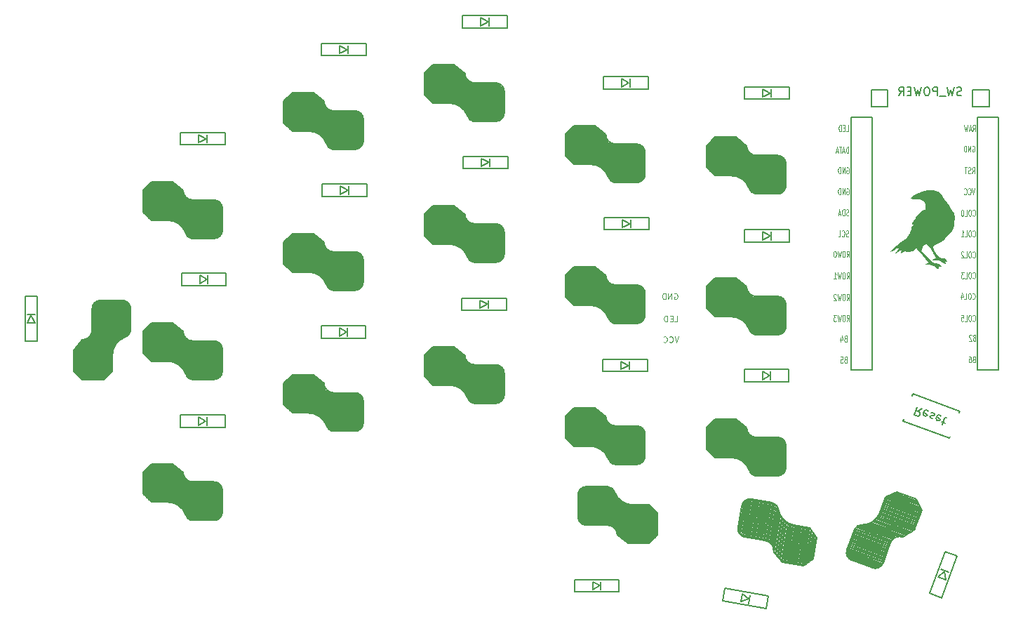
<source format=gbr>
G04 #@! TF.GenerationSoftware,KiCad,Pcbnew,(6.0.10-0)*
G04 #@! TF.CreationDate,2023-10-23T21:39:33+01:00*
G04 #@! TF.ProjectId,raven-split-38key__choc-hotswap-n!n,72617665-6e2d-4737-906c-69742d33386b,0.1*
G04 #@! TF.SameCoordinates,Original*
G04 #@! TF.FileFunction,Legend,Bot*
G04 #@! TF.FilePolarity,Positive*
%FSLAX46Y46*%
G04 Gerber Fmt 4.6, Leading zero omitted, Abs format (unit mm)*
G04 Created by KiCad (PCBNEW (6.0.10-0)) date 2023-10-23 21:39:33*
%MOMM*%
%LPD*%
G01*
G04 APERTURE LIST*
%ADD10C,0.125000*%
%ADD11C,0.150000*%
G04 APERTURE END LIST*
D10*
X123004033Y-86882366D02*
X122770700Y-87582366D01*
X122537366Y-86882366D01*
X121904033Y-87515700D02*
X121937366Y-87549033D01*
X122037366Y-87582366D01*
X122104033Y-87582366D01*
X122204033Y-87549033D01*
X122270700Y-87482366D01*
X122304033Y-87415700D01*
X122337366Y-87282366D01*
X122337366Y-87182366D01*
X122304033Y-87049033D01*
X122270700Y-86982366D01*
X122204033Y-86915700D01*
X122104033Y-86882366D01*
X122037366Y-86882366D01*
X121937366Y-86915700D01*
X121904033Y-86949033D01*
X121204033Y-87515700D02*
X121237366Y-87549033D01*
X121337366Y-87582366D01*
X121404033Y-87582366D01*
X121504033Y-87549033D01*
X121570700Y-87482366D01*
X121604033Y-87415700D01*
X121637366Y-87282366D01*
X121637366Y-87182366D01*
X121604033Y-87049033D01*
X121570700Y-86982366D01*
X121504033Y-86915700D01*
X121404033Y-86882366D01*
X121337366Y-86882366D01*
X121237366Y-86915700D01*
X121204033Y-86949033D01*
X122504034Y-81715700D02*
X122570701Y-81682366D01*
X122670701Y-81682366D01*
X122770701Y-81715700D01*
X122837367Y-81782366D01*
X122870701Y-81849033D01*
X122904034Y-81982366D01*
X122904034Y-82082366D01*
X122870701Y-82215700D01*
X122837367Y-82282366D01*
X122770701Y-82349033D01*
X122670701Y-82382366D01*
X122604034Y-82382366D01*
X122504034Y-82349033D01*
X122470701Y-82315700D01*
X122470701Y-82082366D01*
X122604034Y-82082366D01*
X122170701Y-82382366D02*
X122170701Y-81682366D01*
X121770701Y-82382366D01*
X121770701Y-81682366D01*
X121437367Y-82382366D02*
X121437367Y-81682366D01*
X121270701Y-81682366D01*
X121170701Y-81715700D01*
X121104034Y-81782366D01*
X121070701Y-81849033D01*
X121037367Y-81982366D01*
X121037367Y-82082366D01*
X121070701Y-82215700D01*
X121104034Y-82282366D01*
X121170701Y-82349033D01*
X121270701Y-82382366D01*
X121437367Y-82382366D01*
X122520700Y-85082366D02*
X122854033Y-85082366D01*
X122854033Y-84382366D01*
X122287366Y-84715700D02*
X122054033Y-84715700D01*
X121954033Y-85082366D02*
X122287366Y-85082366D01*
X122287366Y-84382366D01*
X121954033Y-84382366D01*
X121654033Y-85082366D02*
X121654033Y-84382366D01*
X121487366Y-84382366D01*
X121387366Y-84415700D01*
X121320700Y-84482366D01*
X121287366Y-84549033D01*
X121254033Y-84682366D01*
X121254033Y-84782366D01*
X121287366Y-84915700D01*
X121320700Y-84982366D01*
X121387366Y-85049033D01*
X121487366Y-85082366D01*
X121654033Y-85082366D01*
D11*
X157156414Y-57770461D02*
X157013557Y-57818080D01*
X156775461Y-57818080D01*
X156680223Y-57770461D01*
X156632604Y-57722842D01*
X156584985Y-57627604D01*
X156584985Y-57532366D01*
X156632604Y-57437128D01*
X156680223Y-57389509D01*
X156775461Y-57341890D01*
X156965938Y-57294271D01*
X157061176Y-57246652D01*
X157108795Y-57199033D01*
X157156414Y-57103795D01*
X157156414Y-57008557D01*
X157108795Y-56913319D01*
X157061176Y-56865700D01*
X156965938Y-56818080D01*
X156727842Y-56818080D01*
X156584985Y-56865700D01*
X156251652Y-56818080D02*
X156013557Y-57818080D01*
X155823080Y-57103795D01*
X155632604Y-57818080D01*
X155394509Y-56818080D01*
X155251652Y-57913319D02*
X154489747Y-57913319D01*
X154251652Y-57818080D02*
X154251652Y-56818080D01*
X153870700Y-56818080D01*
X153775461Y-56865700D01*
X153727842Y-56913319D01*
X153680223Y-57008557D01*
X153680223Y-57151414D01*
X153727842Y-57246652D01*
X153775461Y-57294271D01*
X153870700Y-57341890D01*
X154251652Y-57341890D01*
X153061176Y-56818080D02*
X152870700Y-56818080D01*
X152775461Y-56865700D01*
X152680223Y-56960938D01*
X152632604Y-57151414D01*
X152632604Y-57484747D01*
X152680223Y-57675223D01*
X152775461Y-57770461D01*
X152870700Y-57818080D01*
X153061176Y-57818080D01*
X153156414Y-57770461D01*
X153251652Y-57675223D01*
X153299271Y-57484747D01*
X153299271Y-57151414D01*
X153251652Y-56960938D01*
X153156414Y-56865700D01*
X153061176Y-56818080D01*
X152299271Y-56818080D02*
X152061176Y-57818080D01*
X151870700Y-57103795D01*
X151680223Y-57818080D01*
X151442128Y-56818080D01*
X151061176Y-57294271D02*
X150727842Y-57294271D01*
X150584985Y-57818080D02*
X151061176Y-57818080D01*
X151061176Y-56818080D01*
X150584985Y-56818080D01*
X149584985Y-57818080D02*
X149918319Y-57341890D01*
X150156414Y-57818080D02*
X150156414Y-56818080D01*
X149775461Y-56818080D01*
X149680223Y-56865700D01*
X149632604Y-56913319D01*
X149584985Y-57008557D01*
X149584985Y-57151414D01*
X149632604Y-57246652D01*
X149680223Y-57294271D01*
X149775461Y-57341890D01*
X150156414Y-57341890D01*
D10*
X143520700Y-64779985D02*
X143520700Y-64029985D01*
X143401652Y-64029985D01*
X143330223Y-64065700D01*
X143282604Y-64137128D01*
X143258795Y-64208557D01*
X143234985Y-64351414D01*
X143234985Y-64458557D01*
X143258795Y-64601414D01*
X143282604Y-64672842D01*
X143330223Y-64744271D01*
X143401652Y-64779985D01*
X143520700Y-64779985D01*
X143044509Y-64565700D02*
X142806414Y-64565700D01*
X143092128Y-64779985D02*
X142925461Y-64029985D01*
X142758795Y-64779985D01*
X142663557Y-64029985D02*
X142377842Y-64029985D01*
X142520700Y-64779985D02*
X142520700Y-64029985D01*
X142234985Y-64565700D02*
X141996890Y-64565700D01*
X142282604Y-64779985D02*
X142115938Y-64029985D01*
X141949271Y-64779985D01*
X143528842Y-72259771D02*
X143457414Y-72295485D01*
X143338366Y-72295485D01*
X143290747Y-72259771D01*
X143266938Y-72224057D01*
X143243128Y-72152628D01*
X143243128Y-72081200D01*
X143266938Y-72009771D01*
X143290747Y-71974057D01*
X143338366Y-71938342D01*
X143433604Y-71902628D01*
X143481223Y-71866914D01*
X143505033Y-71831200D01*
X143528842Y-71759771D01*
X143528842Y-71688342D01*
X143505033Y-71616914D01*
X143481223Y-71581200D01*
X143433604Y-71545485D01*
X143314557Y-71545485D01*
X143243128Y-71581200D01*
X143028842Y-72295485D02*
X143028842Y-71545485D01*
X142909795Y-71545485D01*
X142838366Y-71581200D01*
X142790747Y-71652628D01*
X142766938Y-71724057D01*
X142743128Y-71866914D01*
X142743128Y-71974057D01*
X142766938Y-72116914D01*
X142790747Y-72188342D01*
X142838366Y-72259771D01*
X142909795Y-72295485D01*
X143028842Y-72295485D01*
X142552652Y-72081200D02*
X142314557Y-72081200D01*
X142600271Y-72295485D02*
X142433604Y-71545485D01*
X142266938Y-72295485D01*
X143516938Y-74799771D02*
X143445509Y-74835485D01*
X143326461Y-74835485D01*
X143278842Y-74799771D01*
X143255033Y-74764057D01*
X143231223Y-74692628D01*
X143231223Y-74621200D01*
X143255033Y-74549771D01*
X143278842Y-74514057D01*
X143326461Y-74478342D01*
X143421700Y-74442628D01*
X143469319Y-74406914D01*
X143493128Y-74371200D01*
X143516938Y-74299771D01*
X143516938Y-74228342D01*
X143493128Y-74156914D01*
X143469319Y-74121200D01*
X143421700Y-74085485D01*
X143302652Y-74085485D01*
X143231223Y-74121200D01*
X142731223Y-74764057D02*
X142755033Y-74799771D01*
X142826461Y-74835485D01*
X142874080Y-74835485D01*
X142945509Y-74799771D01*
X142993128Y-74728342D01*
X143016938Y-74656914D01*
X143040747Y-74514057D01*
X143040747Y-74406914D01*
X143016938Y-74264057D01*
X142993128Y-74192628D01*
X142945509Y-74121200D01*
X142874080Y-74085485D01*
X142826461Y-74085485D01*
X142755033Y-74121200D01*
X142731223Y-74156914D01*
X142278842Y-74835485D02*
X142516938Y-74835485D01*
X142516938Y-74085485D01*
X143124080Y-87142628D02*
X143052652Y-87178342D01*
X143028842Y-87214057D01*
X143005033Y-87285485D01*
X143005033Y-87392628D01*
X143028842Y-87464057D01*
X143052652Y-87499771D01*
X143100271Y-87535485D01*
X143290747Y-87535485D01*
X143290747Y-86785485D01*
X143124080Y-86785485D01*
X143076461Y-86821200D01*
X143052652Y-86856914D01*
X143028842Y-86928342D01*
X143028842Y-86999771D01*
X143052652Y-87071200D01*
X143076461Y-87106914D01*
X143124080Y-87142628D01*
X143290747Y-87142628D01*
X142576461Y-87035485D02*
X142576461Y-87535485D01*
X142695509Y-86749771D02*
X142814557Y-87285485D01*
X142505033Y-87285485D01*
X143302652Y-69041200D02*
X143350271Y-69005485D01*
X143421700Y-69005485D01*
X143493128Y-69041200D01*
X143540747Y-69112628D01*
X143564557Y-69184057D01*
X143588366Y-69326914D01*
X143588366Y-69434057D01*
X143564557Y-69576914D01*
X143540747Y-69648342D01*
X143493128Y-69719771D01*
X143421700Y-69755485D01*
X143374080Y-69755485D01*
X143302652Y-69719771D01*
X143278842Y-69684057D01*
X143278842Y-69434057D01*
X143374080Y-69434057D01*
X143064557Y-69755485D02*
X143064557Y-69005485D01*
X142778842Y-69755485D01*
X142778842Y-69005485D01*
X142540747Y-69755485D02*
X142540747Y-69005485D01*
X142421700Y-69005485D01*
X142350271Y-69041200D01*
X142302652Y-69112628D01*
X142278842Y-69184057D01*
X142255033Y-69326914D01*
X142255033Y-69434057D01*
X142278842Y-69576914D01*
X142302652Y-69648342D01*
X142350271Y-69719771D01*
X142421700Y-69755485D01*
X142540747Y-69755485D01*
X158518319Y-74764057D02*
X158542128Y-74799771D01*
X158613557Y-74835485D01*
X158661176Y-74835485D01*
X158732604Y-74799771D01*
X158780223Y-74728342D01*
X158804033Y-74656914D01*
X158827842Y-74514057D01*
X158827842Y-74406914D01*
X158804033Y-74264057D01*
X158780223Y-74192628D01*
X158732604Y-74121200D01*
X158661176Y-74085485D01*
X158613557Y-74085485D01*
X158542128Y-74121200D01*
X158518319Y-74156914D01*
X158208795Y-74085485D02*
X158113557Y-74085485D01*
X158065938Y-74121200D01*
X158018319Y-74192628D01*
X157994509Y-74335485D01*
X157994509Y-74585485D01*
X158018319Y-74728342D01*
X158065938Y-74799771D01*
X158113557Y-74835485D01*
X158208795Y-74835485D01*
X158256414Y-74799771D01*
X158304033Y-74728342D01*
X158327842Y-74585485D01*
X158327842Y-74335485D01*
X158304033Y-74192628D01*
X158256414Y-74121200D01*
X158208795Y-74085485D01*
X157542128Y-74835485D02*
X157780223Y-74835485D01*
X157780223Y-74085485D01*
X157113557Y-74835485D02*
X157399271Y-74835485D01*
X157256414Y-74835485D02*
X157256414Y-74085485D01*
X157304033Y-74192628D01*
X157351652Y-74264057D01*
X157399271Y-74299771D01*
X143302652Y-66501200D02*
X143350271Y-66465485D01*
X143421700Y-66465485D01*
X143493128Y-66501200D01*
X143540747Y-66572628D01*
X143564557Y-66644057D01*
X143588366Y-66786914D01*
X143588366Y-66894057D01*
X143564557Y-67036914D01*
X143540747Y-67108342D01*
X143493128Y-67179771D01*
X143421700Y-67215485D01*
X143374080Y-67215485D01*
X143302652Y-67179771D01*
X143278842Y-67144057D01*
X143278842Y-66894057D01*
X143374080Y-66894057D01*
X143064557Y-67215485D02*
X143064557Y-66465485D01*
X142778842Y-67215485D01*
X142778842Y-66465485D01*
X142540747Y-67215485D02*
X142540747Y-66465485D01*
X142421700Y-66465485D01*
X142350271Y-66501200D01*
X142302652Y-66572628D01*
X142278842Y-66644057D01*
X142255033Y-66786914D01*
X142255033Y-66894057D01*
X142278842Y-67036914D01*
X142302652Y-67108342D01*
X142350271Y-67179771D01*
X142421700Y-67215485D01*
X142540747Y-67215485D01*
X143301652Y-77311985D02*
X143468319Y-76954842D01*
X143587366Y-77311985D02*
X143587366Y-76561985D01*
X143396890Y-76561985D01*
X143349271Y-76597700D01*
X143325461Y-76633414D01*
X143301652Y-76704842D01*
X143301652Y-76811985D01*
X143325461Y-76883414D01*
X143349271Y-76919128D01*
X143396890Y-76954842D01*
X143587366Y-76954842D01*
X142992128Y-76561985D02*
X142896890Y-76561985D01*
X142849271Y-76597700D01*
X142801652Y-76669128D01*
X142777842Y-76811985D01*
X142777842Y-77061985D01*
X142801652Y-77204842D01*
X142849271Y-77276271D01*
X142896890Y-77311985D01*
X142992128Y-77311985D01*
X143039747Y-77276271D01*
X143087366Y-77204842D01*
X143111176Y-77061985D01*
X143111176Y-76811985D01*
X143087366Y-76669128D01*
X143039747Y-76597700D01*
X142992128Y-76561985D01*
X142611176Y-76561985D02*
X142492128Y-77311985D01*
X142396890Y-76776271D01*
X142301652Y-77311985D01*
X142182604Y-76561985D01*
X141896890Y-76561985D02*
X141849271Y-76561985D01*
X141801652Y-76597700D01*
X141777842Y-76633414D01*
X141754033Y-76704842D01*
X141730223Y-76847700D01*
X141730223Y-77026271D01*
X141754033Y-77169128D01*
X141777842Y-77240557D01*
X141801652Y-77276271D01*
X141849271Y-77311985D01*
X141896890Y-77311985D01*
X141944509Y-77276271D01*
X141968319Y-77240557D01*
X141992128Y-77169128D01*
X142015938Y-77026271D01*
X142015938Y-76847700D01*
X141992128Y-76704842D01*
X141968319Y-76633414D01*
X141944509Y-76597700D01*
X141896890Y-76561985D01*
X158618080Y-89619128D02*
X158546652Y-89654842D01*
X158522842Y-89690557D01*
X158499033Y-89761985D01*
X158499033Y-89869128D01*
X158522842Y-89940557D01*
X158546652Y-89976271D01*
X158594271Y-90011985D01*
X158784747Y-90011985D01*
X158784747Y-89261985D01*
X158618080Y-89261985D01*
X158570461Y-89297700D01*
X158546652Y-89333414D01*
X158522842Y-89404842D01*
X158522842Y-89476271D01*
X158546652Y-89547700D01*
X158570461Y-89583414D01*
X158618080Y-89619128D01*
X158784747Y-89619128D01*
X158070461Y-89261985D02*
X158165700Y-89261985D01*
X158213319Y-89297700D01*
X158237128Y-89333414D01*
X158284747Y-89440557D01*
X158308557Y-89583414D01*
X158308557Y-89869128D01*
X158284747Y-89940557D01*
X158260938Y-89976271D01*
X158213319Y-90011985D01*
X158118080Y-90011985D01*
X158070461Y-89976271D01*
X158046652Y-89940557D01*
X158022842Y-89869128D01*
X158022842Y-89690557D01*
X158046652Y-89619128D01*
X158070461Y-89583414D01*
X158118080Y-89547700D01*
X158213319Y-89547700D01*
X158260938Y-89583414D01*
X158284747Y-89619128D01*
X158308557Y-89690557D01*
X158518319Y-79808557D02*
X158542128Y-79844271D01*
X158613557Y-79879985D01*
X158661176Y-79879985D01*
X158732604Y-79844271D01*
X158780223Y-79772842D01*
X158804033Y-79701414D01*
X158827842Y-79558557D01*
X158827842Y-79451414D01*
X158804033Y-79308557D01*
X158780223Y-79237128D01*
X158732604Y-79165700D01*
X158661176Y-79129985D01*
X158613557Y-79129985D01*
X158542128Y-79165700D01*
X158518319Y-79201414D01*
X158208795Y-79129985D02*
X158113557Y-79129985D01*
X158065938Y-79165700D01*
X158018319Y-79237128D01*
X157994509Y-79379985D01*
X157994509Y-79629985D01*
X158018319Y-79772842D01*
X158065938Y-79844271D01*
X158113557Y-79879985D01*
X158208795Y-79879985D01*
X158256414Y-79844271D01*
X158304033Y-79772842D01*
X158327842Y-79629985D01*
X158327842Y-79379985D01*
X158304033Y-79237128D01*
X158256414Y-79165700D01*
X158208795Y-79129985D01*
X157542128Y-79879985D02*
X157780223Y-79879985D01*
X157780223Y-79129985D01*
X157423080Y-79129985D02*
X157113557Y-79129985D01*
X157280223Y-79415700D01*
X157208795Y-79415700D01*
X157161176Y-79451414D01*
X157137366Y-79487128D01*
X157113557Y-79558557D01*
X157113557Y-79737128D01*
X157137366Y-79808557D01*
X157161176Y-79844271D01*
X157208795Y-79879985D01*
X157351652Y-79879985D01*
X157399271Y-79844271D01*
X157423080Y-79808557D01*
X143301652Y-82518985D02*
X143468319Y-82161842D01*
X143587366Y-82518985D02*
X143587366Y-81768985D01*
X143396890Y-81768985D01*
X143349271Y-81804700D01*
X143325461Y-81840414D01*
X143301652Y-81911842D01*
X143301652Y-82018985D01*
X143325461Y-82090414D01*
X143349271Y-82126128D01*
X143396890Y-82161842D01*
X143587366Y-82161842D01*
X142992128Y-81768985D02*
X142896890Y-81768985D01*
X142849271Y-81804700D01*
X142801652Y-81876128D01*
X142777842Y-82018985D01*
X142777842Y-82268985D01*
X142801652Y-82411842D01*
X142849271Y-82483271D01*
X142896890Y-82518985D01*
X142992128Y-82518985D01*
X143039747Y-82483271D01*
X143087366Y-82411842D01*
X143111176Y-82268985D01*
X143111176Y-82018985D01*
X143087366Y-81876128D01*
X143039747Y-81804700D01*
X142992128Y-81768985D01*
X142611176Y-81768985D02*
X142492128Y-82518985D01*
X142396890Y-81983271D01*
X142301652Y-82518985D01*
X142182604Y-81768985D01*
X142015938Y-81840414D02*
X141992128Y-81804700D01*
X141944509Y-81768985D01*
X141825461Y-81768985D01*
X141777842Y-81804700D01*
X141754033Y-81840414D01*
X141730223Y-81911842D01*
X141730223Y-81983271D01*
X141754033Y-82090414D01*
X142039747Y-82518985D01*
X141730223Y-82518985D01*
D11*
D10*
X158435509Y-67215485D02*
X158602176Y-66858342D01*
X158721223Y-67215485D02*
X158721223Y-66465485D01*
X158530747Y-66465485D01*
X158483128Y-66501200D01*
X158459319Y-66536914D01*
X158435509Y-66608342D01*
X158435509Y-66715485D01*
X158459319Y-66786914D01*
X158483128Y-66822628D01*
X158530747Y-66858342D01*
X158721223Y-66858342D01*
X158245033Y-67179771D02*
X158173604Y-67215485D01*
X158054557Y-67215485D01*
X158006938Y-67179771D01*
X157983128Y-67144057D01*
X157959319Y-67072628D01*
X157959319Y-67001200D01*
X157983128Y-66929771D01*
X158006938Y-66894057D01*
X158054557Y-66858342D01*
X158149795Y-66822628D01*
X158197414Y-66786914D01*
X158221223Y-66751200D01*
X158245033Y-66679771D01*
X158245033Y-66608342D01*
X158221223Y-66536914D01*
X158197414Y-66501200D01*
X158149795Y-66465485D01*
X158030747Y-66465485D01*
X157959319Y-66501200D01*
X157816461Y-66465485D02*
X157530747Y-66465485D01*
X157673604Y-67215485D02*
X157673604Y-66465485D01*
X158764866Y-69005485D02*
X158598200Y-69755485D01*
X158431533Y-69005485D01*
X157979152Y-69684057D02*
X158002961Y-69719771D01*
X158074390Y-69755485D01*
X158122009Y-69755485D01*
X158193438Y-69719771D01*
X158241057Y-69648342D01*
X158264866Y-69576914D01*
X158288676Y-69434057D01*
X158288676Y-69326914D01*
X158264866Y-69184057D01*
X158241057Y-69112628D01*
X158193438Y-69041200D01*
X158122009Y-69005485D01*
X158074390Y-69005485D01*
X158002961Y-69041200D01*
X157979152Y-69076914D01*
X157479152Y-69684057D02*
X157502961Y-69719771D01*
X157574390Y-69755485D01*
X157622009Y-69755485D01*
X157693438Y-69719771D01*
X157741057Y-69648342D01*
X157764866Y-69576914D01*
X157788676Y-69434057D01*
X157788676Y-69326914D01*
X157764866Y-69184057D01*
X157741057Y-69112628D01*
X157693438Y-69041200D01*
X157622009Y-69005485D01*
X157574390Y-69005485D01*
X157502961Y-69041200D01*
X157479152Y-69076914D01*
X158518319Y-84958557D02*
X158542128Y-84994271D01*
X158613557Y-85029985D01*
X158661176Y-85029985D01*
X158732604Y-84994271D01*
X158780223Y-84922842D01*
X158804033Y-84851414D01*
X158827842Y-84708557D01*
X158827842Y-84601414D01*
X158804033Y-84458557D01*
X158780223Y-84387128D01*
X158732604Y-84315700D01*
X158661176Y-84279985D01*
X158613557Y-84279985D01*
X158542128Y-84315700D01*
X158518319Y-84351414D01*
X158208795Y-84279985D02*
X158113557Y-84279985D01*
X158065938Y-84315700D01*
X158018319Y-84387128D01*
X157994509Y-84529985D01*
X157994509Y-84779985D01*
X158018319Y-84922842D01*
X158065938Y-84994271D01*
X158113557Y-85029985D01*
X158208795Y-85029985D01*
X158256414Y-84994271D01*
X158304033Y-84922842D01*
X158327842Y-84779985D01*
X158327842Y-84529985D01*
X158304033Y-84387128D01*
X158256414Y-84315700D01*
X158208795Y-84279985D01*
X157542128Y-85029985D02*
X157780223Y-85029985D01*
X157780223Y-84279985D01*
X157137366Y-84279985D02*
X157375461Y-84279985D01*
X157399271Y-84637128D01*
X157375461Y-84601414D01*
X157327842Y-84565700D01*
X157208795Y-84565700D01*
X157161176Y-84601414D01*
X157137366Y-84637128D01*
X157113557Y-84708557D01*
X157113557Y-84887128D01*
X157137366Y-84958557D01*
X157161176Y-84994271D01*
X157208795Y-85029985D01*
X157327842Y-85029985D01*
X157375461Y-84994271D01*
X157399271Y-84958557D01*
X158506938Y-62135485D02*
X158673604Y-61778342D01*
X158792652Y-62135485D02*
X158792652Y-61385485D01*
X158602176Y-61385485D01*
X158554557Y-61421200D01*
X158530747Y-61456914D01*
X158506938Y-61528342D01*
X158506938Y-61635485D01*
X158530747Y-61706914D01*
X158554557Y-61742628D01*
X158602176Y-61778342D01*
X158792652Y-61778342D01*
X158316461Y-61921200D02*
X158078366Y-61921200D01*
X158364080Y-62135485D02*
X158197414Y-61385485D01*
X158030747Y-62135485D01*
X157911700Y-61385485D02*
X157792652Y-62135485D01*
X157697414Y-61599771D01*
X157602176Y-62135485D01*
X157483128Y-61385485D01*
X143243128Y-62135485D02*
X143481223Y-62135485D01*
X143481223Y-61385485D01*
X143076461Y-61742628D02*
X142909795Y-61742628D01*
X142838366Y-62135485D02*
X143076461Y-62135485D01*
X143076461Y-61385485D01*
X142838366Y-61385485D01*
X142624080Y-62135485D02*
X142624080Y-61385485D01*
X142505033Y-61385485D01*
X142433604Y-61421200D01*
X142385985Y-61492628D01*
X142362176Y-61564057D01*
X142338366Y-61706914D01*
X142338366Y-61814057D01*
X142362176Y-61956914D01*
X142385985Y-62028342D01*
X142433604Y-62099771D01*
X142505033Y-62135485D01*
X142624080Y-62135485D01*
X158468319Y-82320557D02*
X158492128Y-82356271D01*
X158563557Y-82391985D01*
X158611176Y-82391985D01*
X158682604Y-82356271D01*
X158730223Y-82284842D01*
X158754033Y-82213414D01*
X158777842Y-82070557D01*
X158777842Y-81963414D01*
X158754033Y-81820557D01*
X158730223Y-81749128D01*
X158682604Y-81677700D01*
X158611176Y-81641985D01*
X158563557Y-81641985D01*
X158492128Y-81677700D01*
X158468319Y-81713414D01*
X158158795Y-81641985D02*
X158063557Y-81641985D01*
X158015938Y-81677700D01*
X157968319Y-81749128D01*
X157944509Y-81891985D01*
X157944509Y-82141985D01*
X157968319Y-82284842D01*
X158015938Y-82356271D01*
X158063557Y-82391985D01*
X158158795Y-82391985D01*
X158206414Y-82356271D01*
X158254033Y-82284842D01*
X158277842Y-82141985D01*
X158277842Y-81891985D01*
X158254033Y-81749128D01*
X158206414Y-81677700D01*
X158158795Y-81641985D01*
X157492128Y-82391985D02*
X157730223Y-82391985D01*
X157730223Y-81641985D01*
X157111176Y-81891985D02*
X157111176Y-82391985D01*
X157230223Y-81606271D02*
X157349271Y-82141985D01*
X157039747Y-82141985D01*
X143301652Y-85029985D02*
X143468319Y-84672842D01*
X143587366Y-85029985D02*
X143587366Y-84279985D01*
X143396890Y-84279985D01*
X143349271Y-84315700D01*
X143325461Y-84351414D01*
X143301652Y-84422842D01*
X143301652Y-84529985D01*
X143325461Y-84601414D01*
X143349271Y-84637128D01*
X143396890Y-84672842D01*
X143587366Y-84672842D01*
X142992128Y-84279985D02*
X142896890Y-84279985D01*
X142849271Y-84315700D01*
X142801652Y-84387128D01*
X142777842Y-84529985D01*
X142777842Y-84779985D01*
X142801652Y-84922842D01*
X142849271Y-84994271D01*
X142896890Y-85029985D01*
X142992128Y-85029985D01*
X143039747Y-84994271D01*
X143087366Y-84922842D01*
X143111176Y-84779985D01*
X143111176Y-84529985D01*
X143087366Y-84387128D01*
X143039747Y-84315700D01*
X142992128Y-84279985D01*
X142611176Y-84279985D02*
X142492128Y-85029985D01*
X142396890Y-84494271D01*
X142301652Y-85029985D01*
X142182604Y-84279985D01*
X142039747Y-84279985D02*
X141730223Y-84279985D01*
X141896890Y-84565700D01*
X141825461Y-84565700D01*
X141777842Y-84601414D01*
X141754033Y-84637128D01*
X141730223Y-84708557D01*
X141730223Y-84887128D01*
X141754033Y-84958557D01*
X141777842Y-84994271D01*
X141825461Y-85029985D01*
X141968319Y-85029985D01*
X142015938Y-84994271D01*
X142039747Y-84958557D01*
X143301652Y-79915485D02*
X143468319Y-79558342D01*
X143587366Y-79915485D02*
X143587366Y-79165485D01*
X143396890Y-79165485D01*
X143349271Y-79201200D01*
X143325461Y-79236914D01*
X143301652Y-79308342D01*
X143301652Y-79415485D01*
X143325461Y-79486914D01*
X143349271Y-79522628D01*
X143396890Y-79558342D01*
X143587366Y-79558342D01*
X142992128Y-79165485D02*
X142896890Y-79165485D01*
X142849271Y-79201200D01*
X142801652Y-79272628D01*
X142777842Y-79415485D01*
X142777842Y-79665485D01*
X142801652Y-79808342D01*
X142849271Y-79879771D01*
X142896890Y-79915485D01*
X142992128Y-79915485D01*
X143039747Y-79879771D01*
X143087366Y-79808342D01*
X143111176Y-79665485D01*
X143111176Y-79415485D01*
X143087366Y-79272628D01*
X143039747Y-79201200D01*
X142992128Y-79165485D01*
X142611176Y-79165485D02*
X142492128Y-79915485D01*
X142396890Y-79379771D01*
X142301652Y-79915485D01*
X142182604Y-79165485D01*
X141730223Y-79915485D02*
X142015938Y-79915485D01*
X141873080Y-79915485D02*
X141873080Y-79165485D01*
X141920700Y-79272628D01*
X141968319Y-79344057D01*
X142015938Y-79379771D01*
X158681580Y-87015628D02*
X158610152Y-87051342D01*
X158586342Y-87087057D01*
X158562533Y-87158485D01*
X158562533Y-87265628D01*
X158586342Y-87337057D01*
X158610152Y-87372771D01*
X158657771Y-87408485D01*
X158848247Y-87408485D01*
X158848247Y-86658485D01*
X158681580Y-86658485D01*
X158633961Y-86694200D01*
X158610152Y-86729914D01*
X158586342Y-86801342D01*
X158586342Y-86872771D01*
X158610152Y-86944200D01*
X158633961Y-86979914D01*
X158681580Y-87015628D01*
X158848247Y-87015628D01*
X158372057Y-86729914D02*
X158348247Y-86694200D01*
X158300628Y-86658485D01*
X158181580Y-86658485D01*
X158133961Y-86694200D01*
X158110152Y-86729914D01*
X158086342Y-86801342D01*
X158086342Y-86872771D01*
X158110152Y-86979914D01*
X158395866Y-87408485D01*
X158086342Y-87408485D01*
X158518319Y-72258557D02*
X158542128Y-72294271D01*
X158613557Y-72329985D01*
X158661176Y-72329985D01*
X158732604Y-72294271D01*
X158780223Y-72222842D01*
X158804033Y-72151414D01*
X158827842Y-72008557D01*
X158827842Y-71901414D01*
X158804033Y-71758557D01*
X158780223Y-71687128D01*
X158732604Y-71615700D01*
X158661176Y-71579985D01*
X158613557Y-71579985D01*
X158542128Y-71615700D01*
X158518319Y-71651414D01*
X158208795Y-71579985D02*
X158113557Y-71579985D01*
X158065938Y-71615700D01*
X158018319Y-71687128D01*
X157994509Y-71829985D01*
X157994509Y-72079985D01*
X158018319Y-72222842D01*
X158065938Y-72294271D01*
X158113557Y-72329985D01*
X158208795Y-72329985D01*
X158256414Y-72294271D01*
X158304033Y-72222842D01*
X158327842Y-72079985D01*
X158327842Y-71829985D01*
X158304033Y-71687128D01*
X158256414Y-71615700D01*
X158208795Y-71579985D01*
X157542128Y-72329985D02*
X157780223Y-72329985D01*
X157780223Y-71579985D01*
X157280223Y-71579985D02*
X157232604Y-71579985D01*
X157184985Y-71615700D01*
X157161176Y-71651414D01*
X157137366Y-71722842D01*
X157113557Y-71865700D01*
X157113557Y-72044271D01*
X157137366Y-72187128D01*
X157161176Y-72258557D01*
X157184985Y-72294271D01*
X157232604Y-72329985D01*
X157280223Y-72329985D01*
X157327842Y-72294271D01*
X157351652Y-72258557D01*
X157375461Y-72187128D01*
X157399271Y-72044271D01*
X157399271Y-71865700D01*
X157375461Y-71722842D01*
X157351652Y-71651414D01*
X157327842Y-71615700D01*
X157280223Y-71579985D01*
X143124080Y-89682628D02*
X143052652Y-89718342D01*
X143028842Y-89754057D01*
X143005033Y-89825485D01*
X143005033Y-89932628D01*
X143028842Y-90004057D01*
X143052652Y-90039771D01*
X143100271Y-90075485D01*
X143290747Y-90075485D01*
X143290747Y-89325485D01*
X143124080Y-89325485D01*
X143076461Y-89361200D01*
X143052652Y-89396914D01*
X143028842Y-89468342D01*
X143028842Y-89539771D01*
X143052652Y-89611200D01*
X143076461Y-89646914D01*
X143124080Y-89682628D01*
X143290747Y-89682628D01*
X142552652Y-89325485D02*
X142790747Y-89325485D01*
X142814557Y-89682628D01*
X142790747Y-89646914D01*
X142743128Y-89611200D01*
X142624080Y-89611200D01*
X142576461Y-89646914D01*
X142552652Y-89682628D01*
X142528842Y-89754057D01*
X142528842Y-89932628D01*
X142552652Y-90004057D01*
X142576461Y-90039771D01*
X142624080Y-90075485D01*
X142743128Y-90075485D01*
X142790747Y-90039771D01*
X142814557Y-90004057D01*
X158479152Y-63897700D02*
X158526771Y-63861985D01*
X158598200Y-63861985D01*
X158669628Y-63897700D01*
X158717247Y-63969128D01*
X158741057Y-64040557D01*
X158764866Y-64183414D01*
X158764866Y-64290557D01*
X158741057Y-64433414D01*
X158717247Y-64504842D01*
X158669628Y-64576271D01*
X158598200Y-64611985D01*
X158550580Y-64611985D01*
X158479152Y-64576271D01*
X158455342Y-64540557D01*
X158455342Y-64290557D01*
X158550580Y-64290557D01*
X158241057Y-64611985D02*
X158241057Y-63861985D01*
X157955342Y-64611985D01*
X157955342Y-63861985D01*
X157717247Y-64611985D02*
X157717247Y-63861985D01*
X157598200Y-63861985D01*
X157526771Y-63897700D01*
X157479152Y-63969128D01*
X157455342Y-64040557D01*
X157431533Y-64183414D01*
X157431533Y-64290557D01*
X157455342Y-64433414D01*
X157479152Y-64504842D01*
X157526771Y-64576271D01*
X157598200Y-64611985D01*
X157717247Y-64611985D01*
X158518319Y-77308557D02*
X158542128Y-77344271D01*
X158613557Y-77379985D01*
X158661176Y-77379985D01*
X158732604Y-77344271D01*
X158780223Y-77272842D01*
X158804033Y-77201414D01*
X158827842Y-77058557D01*
X158827842Y-76951414D01*
X158804033Y-76808557D01*
X158780223Y-76737128D01*
X158732604Y-76665700D01*
X158661176Y-76629985D01*
X158613557Y-76629985D01*
X158542128Y-76665700D01*
X158518319Y-76701414D01*
X158208795Y-76629985D02*
X158113557Y-76629985D01*
X158065938Y-76665700D01*
X158018319Y-76737128D01*
X157994509Y-76879985D01*
X157994509Y-77129985D01*
X158018319Y-77272842D01*
X158065938Y-77344271D01*
X158113557Y-77379985D01*
X158208795Y-77379985D01*
X158256414Y-77344271D01*
X158304033Y-77272842D01*
X158327842Y-77129985D01*
X158327842Y-76879985D01*
X158304033Y-76737128D01*
X158256414Y-76665700D01*
X158208795Y-76629985D01*
X157542128Y-77379985D02*
X157780223Y-77379985D01*
X157780223Y-76629985D01*
X157399271Y-76701414D02*
X157375461Y-76665700D01*
X157327842Y-76629985D01*
X157208795Y-76629985D01*
X157161176Y-76665700D01*
X157137366Y-76701414D01*
X157113557Y-76772842D01*
X157113557Y-76844271D01*
X157137366Y-76951414D01*
X157423080Y-77379985D01*
X157113557Y-77379985D01*
D11*
X152367653Y-95598710D02*
X151891555Y-95932176D01*
X151830686Y-95403270D02*
X151488666Y-96342962D01*
X151846644Y-96473256D01*
X151952425Y-96461082D01*
X152013459Y-96432621D01*
X152090779Y-96359413D01*
X152139640Y-96225172D01*
X152127466Y-96119390D01*
X152099005Y-96058357D01*
X152025797Y-95981036D01*
X151667819Y-95850743D01*
X153112070Y-95920331D02*
X153038862Y-95843010D01*
X152859873Y-95777863D01*
X152754092Y-95790037D01*
X152676771Y-95863245D01*
X152546478Y-96221223D01*
X152558652Y-96327004D01*
X152631859Y-96404325D01*
X152810849Y-96469472D01*
X152916630Y-96457298D01*
X152993950Y-96384090D01*
X153026524Y-96294595D01*
X152611624Y-96042234D01*
X153514795Y-96066911D02*
X153620576Y-96054737D01*
X153799566Y-96119883D01*
X153872773Y-96197204D01*
X153884947Y-96302985D01*
X153868661Y-96347733D01*
X153791340Y-96420940D01*
X153685559Y-96433114D01*
X153551317Y-96384254D01*
X153445536Y-96396428D01*
X153368215Y-96469636D01*
X153351928Y-96514383D01*
X153364102Y-96620165D01*
X153437310Y-96697485D01*
X153571552Y-96746345D01*
X153677333Y-96734171D01*
X154678224Y-96490364D02*
X154605016Y-96413044D01*
X154426027Y-96347897D01*
X154320246Y-96360071D01*
X154242925Y-96433279D01*
X154112632Y-96791257D01*
X154124806Y-96897038D01*
X154198014Y-96974359D01*
X154377003Y-97039505D01*
X154482784Y-97027331D01*
X154560105Y-96954124D01*
X154592678Y-96864629D01*
X154177779Y-96612268D01*
X154779728Y-97186085D02*
X155137706Y-97316379D01*
X154799963Y-97548176D02*
X155093124Y-96742726D01*
X155170444Y-96669518D01*
X155276225Y-96657344D01*
X155365720Y-96689917D01*
G36*
X153472245Y-69210221D02*
G01*
X153817833Y-69227188D01*
X154093991Y-69286681D01*
X154331720Y-69409419D01*
X154562017Y-69616122D01*
X154815879Y-69927512D01*
X155124306Y-70364307D01*
X155390108Y-70751831D01*
X155652944Y-71132479D01*
X155881191Y-71460583D01*
X156044538Y-71692400D01*
X156110685Y-71786293D01*
X156234858Y-71987838D01*
X156302071Y-72174957D01*
X156328955Y-72408854D01*
X156332144Y-72750733D01*
X156312751Y-73061794D01*
X156248719Y-73452592D01*
X156151591Y-73819601D01*
X156033348Y-74126599D01*
X155905973Y-74337362D01*
X155781446Y-74415667D01*
X155774561Y-74416346D01*
X155660067Y-74492306D01*
X155487865Y-74669468D01*
X155292457Y-74912757D01*
X155167074Y-75076285D01*
X154942288Y-75317706D01*
X154690339Y-75497061D01*
X154343331Y-75668404D01*
X154302710Y-75686708D01*
X154020695Y-75828688D01*
X153809594Y-75960071D01*
X153712474Y-76054498D01*
X153716827Y-76123904D01*
X153795618Y-76312701D01*
X153937842Y-76563972D01*
X154116088Y-76836668D01*
X154302941Y-77089738D01*
X154470990Y-77282131D01*
X154592819Y-77372796D01*
X154613177Y-77378419D01*
X154803470Y-77421742D01*
X155050910Y-77469527D01*
X155119805Y-77483110D01*
X155299763Y-77550347D01*
X155328734Y-77643375D01*
X155322046Y-77701973D01*
X155408324Y-77760000D01*
X155464158Y-77768224D01*
X155532666Y-77836740D01*
X155491481Y-77874263D01*
X155349052Y-77865464D01*
X155318309Y-77857885D01*
X155209555Y-77859106D01*
X155219395Y-77958057D01*
X155231097Y-78022636D01*
X155168158Y-78094125D01*
X155028818Y-78080951D01*
X154862000Y-77980098D01*
X154713268Y-77872953D01*
X154438995Y-77743217D01*
X154164263Y-77671378D01*
X153956618Y-77679836D01*
X153833478Y-77703425D01*
X153662439Y-77670106D01*
X153629248Y-77644268D01*
X153646382Y-77589849D01*
X153818166Y-77540284D01*
X153840933Y-77535488D01*
X154019932Y-77480008D01*
X154093333Y-77423876D01*
X154091702Y-77415545D01*
X154033178Y-77298275D01*
X153907554Y-77086927D01*
X153737882Y-76820626D01*
X153727353Y-76804538D01*
X153533961Y-76501665D01*
X153363238Y-76222042D01*
X153251049Y-76024333D01*
X153230358Y-75986032D01*
X153083598Y-75817389D01*
X152878342Y-75770333D01*
X152806453Y-75773291D01*
X152679783Y-75816857D01*
X152581309Y-75943790D01*
X152473154Y-76193667D01*
X152309291Y-76617000D01*
X153023166Y-77303495D01*
X153051931Y-77331130D01*
X153363874Y-77624124D01*
X153593433Y-77818913D01*
X153773341Y-77937353D01*
X153936330Y-78001299D01*
X154115133Y-78032607D01*
X154439302Y-78112922D01*
X154674278Y-78256278D01*
X154855333Y-78437333D01*
X154603990Y-78437333D01*
X154547960Y-78438468D01*
X154409009Y-78471895D01*
X154401382Y-78564333D01*
X154409989Y-78606783D01*
X154355304Y-78682242D01*
X154238808Y-78682956D01*
X154131336Y-78599660D01*
X154066350Y-78530557D01*
X153849781Y-78404757D01*
X153561695Y-78299344D01*
X153265322Y-78235232D01*
X153023892Y-78233337D01*
X152813386Y-78249115D01*
X152738666Y-78192756D01*
X152771705Y-78137474D01*
X152910657Y-78098667D01*
X152920111Y-78098613D01*
X153085308Y-78063821D01*
X153130210Y-77959043D01*
X153051325Y-77775978D01*
X152845162Y-77506325D01*
X152508231Y-77141784D01*
X152266971Y-76888489D01*
X152031224Y-76628856D01*
X151863232Y-76429699D01*
X151788966Y-76320667D01*
X151750187Y-76266310D01*
X151657349Y-76292262D01*
X151486689Y-76435749D01*
X151421456Y-76492493D01*
X151248042Y-76603053D01*
X151133171Y-76618960D01*
X151061825Y-76603491D01*
X150914624Y-76662411D01*
X150824583Y-76719295D01*
X150791333Y-76666721D01*
X150759890Y-76612128D01*
X150628830Y-76655678D01*
X150511475Y-76699387D01*
X150434600Y-76647466D01*
X150432156Y-76641139D01*
X150340680Y-76609714D01*
X150135641Y-76690476D01*
X149995922Y-76760526D01*
X149844673Y-76818309D01*
X149806308Y-76785363D01*
X149860000Y-76659333D01*
X149912737Y-76541632D01*
X149889302Y-76501839D01*
X149764454Y-76554750D01*
X149519651Y-76702729D01*
X149473516Y-76730939D01*
X149267651Y-76823754D01*
X149179534Y-76803844D01*
X149218612Y-76687246D01*
X149394333Y-76490000D01*
X149503024Y-76382441D01*
X149594670Y-76258823D01*
X149548794Y-76230318D01*
X149367171Y-76297087D01*
X149051574Y-76459288D01*
X149003675Y-76485370D01*
X148739649Y-76619694D01*
X148543305Y-76704016D01*
X148454142Y-76721031D01*
X148453531Y-76706889D01*
X148534321Y-76604187D01*
X148721312Y-76424691D01*
X148992785Y-76187035D01*
X149327025Y-75909855D01*
X149702312Y-75611783D01*
X150096930Y-75311454D01*
X150339513Y-75124032D01*
X150595001Y-74891346D01*
X150773944Y-74663002D01*
X150918222Y-74392121D01*
X151011360Y-74173664D01*
X151080027Y-73974728D01*
X151090007Y-73881785D01*
X151085026Y-73866930D01*
X151121476Y-73745044D01*
X151222688Y-73556021D01*
X151237011Y-73532779D01*
X151331018Y-73367487D01*
X151334150Y-73309654D01*
X151250010Y-73329398D01*
X151194133Y-73348944D01*
X151151914Y-73347630D01*
X151162977Y-73292985D01*
X151238244Y-73163636D01*
X151388634Y-72938210D01*
X151625068Y-72595333D01*
X151649973Y-72559423D01*
X151916381Y-72185155D01*
X152118819Y-71928303D01*
X152281052Y-71764575D01*
X152426846Y-71669681D01*
X152579966Y-71619331D01*
X152706764Y-71581309D01*
X152801616Y-71483200D01*
X152823333Y-71280256D01*
X152807769Y-71050975D01*
X152693749Y-70714979D01*
X152460882Y-70484496D01*
X152099484Y-70351843D01*
X151599871Y-70309333D01*
X151348052Y-70301487D01*
X151125318Y-70269966D01*
X151045333Y-70218260D01*
X151064127Y-70148041D01*
X151210027Y-69984278D01*
X151473070Y-69807010D01*
X151820459Y-69630294D01*
X152219399Y-69468188D01*
X152637092Y-69334747D01*
X153040742Y-69244029D01*
X153397553Y-69210091D01*
X153472245Y-69210221D01*
G37*
X56870700Y-85065700D02*
X52270700Y-85065700D01*
X56870700Y-86115700D02*
X52270700Y-86115700D01*
X56070700Y-87015700D02*
X51920700Y-87015700D01*
X54720700Y-88515700D02*
X50120700Y-88515700D01*
X56870700Y-85515700D02*
X52270700Y-85515700D01*
X56820700Y-86415700D02*
X52270700Y-86415700D01*
X55720700Y-87215700D02*
X51570700Y-87215700D01*
X54870700Y-88215700D02*
X50320700Y-88215700D01*
X54670700Y-90165700D02*
X50070700Y-90165700D01*
X56870700Y-83715700D02*
X52270700Y-83715700D01*
X54670700Y-90765700D02*
X50070700Y-90765700D01*
X56870700Y-85365700D02*
X52270700Y-85365700D01*
X56220700Y-86915700D02*
X52020700Y-86915700D01*
X53920700Y-91815700D02*
X50770700Y-91815700D01*
X56870700Y-84765700D02*
X52270700Y-84765700D01*
X54670700Y-90015700D02*
X50070700Y-90015700D01*
X56895700Y-83515700D02*
X56895700Y-86115700D01*
X54670700Y-88965700D02*
X50120700Y-88965700D01*
X56870700Y-85815700D02*
X52270700Y-85815700D01*
X54270700Y-91515700D02*
X50470700Y-91515700D01*
X56470700Y-82765700D02*
X52720700Y-82765700D01*
X55220700Y-87615700D02*
X50820700Y-87615700D01*
X54695700Y-89115700D02*
X54695700Y-91090700D01*
X55370700Y-87465700D02*
X50920700Y-87465700D01*
X56820700Y-83265700D02*
X52320700Y-83265700D01*
X54670700Y-89115700D02*
X50070700Y-89115700D01*
X56870700Y-84615700D02*
X52270700Y-84615700D01*
X55020700Y-87915700D02*
X50570700Y-87915700D01*
X56870700Y-83565700D02*
X52270700Y-83565700D01*
X56870700Y-84915700D02*
X52270700Y-84915700D01*
X50045700Y-88540700D02*
X51070700Y-87265700D01*
X55120700Y-87765700D02*
X50720700Y-87765700D01*
X56870700Y-83415700D02*
X52320700Y-83415700D01*
X54770700Y-88365700D02*
X50220700Y-88365700D01*
X54670700Y-90915700D02*
X50070700Y-90915700D01*
X54670700Y-89265700D02*
X50070700Y-89265700D01*
X54670700Y-89565700D02*
X50070700Y-89565700D01*
X54670700Y-89415700D02*
X50070700Y-89415700D01*
X56870700Y-84165700D02*
X52270700Y-84165700D01*
X54420700Y-91365700D02*
X50320700Y-91365700D01*
X54520700Y-91215700D02*
X50170700Y-91215700D01*
X54670700Y-89715700D02*
X50070700Y-89715700D01*
X53245700Y-82515700D02*
X55895700Y-82515700D01*
X56770700Y-83115700D02*
X52370700Y-83115700D01*
X56870700Y-85215700D02*
X52270700Y-85215700D01*
X54720700Y-88665700D02*
X50070700Y-88665700D01*
X56870700Y-85665700D02*
X52270700Y-85665700D01*
X56570700Y-82865700D02*
X52620700Y-82865700D01*
X54670700Y-89865700D02*
X50070700Y-89865700D01*
X56720700Y-86565700D02*
X52170700Y-86565700D01*
X55520700Y-87315700D02*
X51070700Y-87315700D01*
X56620700Y-86715700D02*
X52120700Y-86715700D01*
X54920700Y-88065700D02*
X50470700Y-88065700D01*
X50045700Y-88540700D02*
X50045700Y-91090700D01*
X54670700Y-90315700D02*
X50070700Y-90315700D01*
X51070700Y-92115700D02*
X50045700Y-91090700D01*
X56320700Y-82665700D02*
X52770700Y-82665700D01*
X56870700Y-84015700D02*
X52270700Y-84015700D01*
X53670700Y-92115700D02*
X54695700Y-91090700D01*
X54120700Y-91665700D02*
X50620700Y-91665700D01*
X56870700Y-83865700D02*
X52270700Y-83865700D01*
X54670700Y-91065700D02*
X50070700Y-91065700D01*
X51070700Y-92115700D02*
X53670700Y-92115700D01*
X53820700Y-91965700D02*
X50920700Y-91965700D01*
X56870700Y-86265700D02*
X52270700Y-86265700D01*
X55870700Y-87115700D02*
X51720700Y-87115700D01*
X56870700Y-84315700D02*
X52270700Y-84315700D01*
X56870700Y-84465700D02*
X52270700Y-84465700D01*
X52245700Y-83515700D02*
X52245700Y-86090700D01*
X56470700Y-86815700D02*
X52070700Y-86815700D01*
X54670700Y-90465700D02*
X50070700Y-90465700D01*
X56870700Y-85965700D02*
X52320700Y-85965700D01*
X54670700Y-90615700D02*
X50070700Y-90615700D01*
X54720700Y-88815700D02*
X50070700Y-88815700D01*
X56670700Y-82965700D02*
X52470700Y-82965700D01*
X53245700Y-82515700D02*
G75*
G03*
X52245700Y-83515700I-1J-999999D01*
G01*
X56192605Y-86977903D02*
G75*
G03*
X56894491Y-86116695I-225005J900003D01*
G01*
X56192604Y-86977899D02*
G75*
G03*
X54695700Y-89115700I778096J-2137801D01*
G01*
X56895700Y-83515700D02*
G75*
G03*
X55895700Y-82515700I-999999J1D01*
G01*
X51070700Y-87265700D02*
G75*
G03*
X52245700Y-86090700I0J1175000D01*
G01*
X146350700Y-90942700D02*
X143810700Y-90942700D01*
X159050700Y-60462700D02*
X161590700Y-60462700D01*
X161590700Y-60462700D02*
X161590700Y-90942700D01*
X161590700Y-90942700D02*
X159050700Y-90942700D01*
X146350700Y-60462700D02*
X146350700Y-90942700D01*
X143810700Y-90942700D02*
X143810700Y-60462700D01*
X143810700Y-60462700D02*
X146350700Y-60462700D01*
X159050700Y-90942700D02*
X159050700Y-60462700D01*
X83620700Y-64290700D02*
X83620700Y-59690700D01*
X83020700Y-64290700D02*
X83020700Y-59690700D01*
X82720700Y-64290700D02*
X82720700Y-59690700D01*
X83770700Y-64290700D02*
X83770700Y-59690700D01*
X76870700Y-62090700D02*
X76870700Y-57490700D01*
X84620700Y-63990700D02*
X84620700Y-60040700D01*
X79270700Y-62290700D02*
X79270700Y-57740700D01*
X80370700Y-63290700D02*
X80370700Y-59140700D01*
X77320700Y-62090700D02*
X77320700Y-57490700D01*
X78820700Y-62140700D02*
X78820700Y-57490700D01*
X80170700Y-62940700D02*
X80170700Y-58490700D01*
X81820700Y-64290700D02*
X81820700Y-59690700D01*
X82870700Y-64290700D02*
X82870700Y-59690700D01*
X80920700Y-64140700D02*
X80920700Y-59590700D01*
X81220700Y-64290700D02*
X81220700Y-59690700D01*
X79120700Y-62190700D02*
X79120700Y-57640700D01*
X78070700Y-62090700D02*
X78070700Y-57490700D01*
X78220700Y-62090700D02*
X78220700Y-57490700D01*
X84070700Y-64290700D02*
X84070700Y-59740700D01*
X77620700Y-62090700D02*
X77620700Y-57490700D01*
X79420700Y-62340700D02*
X79420700Y-57890700D01*
X76720700Y-62090700D02*
X76720700Y-57490700D01*
X75520700Y-61240700D02*
X75520700Y-58340700D01*
X77770700Y-62090700D02*
X77770700Y-57490700D01*
X80270700Y-63140700D02*
X80270700Y-58990700D01*
X75970700Y-61690700D02*
X75970700Y-57890700D01*
X83970700Y-64315700D02*
X81370700Y-64315700D01*
X75370700Y-58490700D02*
X75370700Y-61090700D01*
X75370700Y-61090700D02*
X76395700Y-62115700D01*
X76570700Y-62090700D02*
X76570700Y-57490700D01*
X84820700Y-63740700D02*
X84820700Y-60190700D01*
X84970700Y-60665700D02*
X84970700Y-63315700D01*
X76420700Y-62090700D02*
X76420700Y-57490700D01*
X77470700Y-62090700D02*
X77470700Y-57490700D01*
X78945700Y-57465700D02*
X80220700Y-58490700D01*
X83920700Y-64290700D02*
X83920700Y-59690700D01*
X75820700Y-61540700D02*
X75820700Y-58040700D01*
X75370700Y-58490700D02*
X76395700Y-57465700D01*
X77920700Y-62090700D02*
X77920700Y-57490700D01*
X76120700Y-61840700D02*
X76120700Y-57740700D01*
X75670700Y-61340700D02*
X75670700Y-58190700D01*
X84220700Y-64240700D02*
X84220700Y-59740700D01*
X80570700Y-63640700D02*
X80570700Y-59440700D01*
X80470700Y-63490700D02*
X80470700Y-59340700D01*
X82270700Y-64290700D02*
X82270700Y-59690700D01*
X82420700Y-64290700D02*
X82420700Y-59690700D01*
X79720700Y-62540700D02*
X79720700Y-58140700D01*
X82120700Y-64290700D02*
X82120700Y-59690700D01*
X84370700Y-64190700D02*
X84370700Y-59790700D01*
X78520700Y-62090700D02*
X78520700Y-57540700D01*
X80670700Y-63890700D02*
X80670700Y-59490700D01*
X84520700Y-64090700D02*
X84520700Y-59890700D01*
X78945700Y-57465700D02*
X76395700Y-57465700D01*
X77170700Y-62090700D02*
X77170700Y-57490700D01*
X78970700Y-62140700D02*
X78970700Y-57540700D01*
X78370700Y-62090700D02*
X78370700Y-57490700D01*
X81370700Y-64290700D02*
X81370700Y-59690700D01*
X83470700Y-64290700D02*
X83470700Y-59690700D01*
X83170700Y-64290700D02*
X83170700Y-59690700D01*
X82570700Y-64290700D02*
X82570700Y-59690700D01*
X76270700Y-61940700D02*
X76270700Y-57590700D01*
X81070700Y-64240700D02*
X81070700Y-59690700D01*
X81970700Y-64290700D02*
X81970700Y-59690700D01*
X81670700Y-64290700D02*
X81670700Y-59690700D01*
X78670700Y-62140700D02*
X78670700Y-57490700D01*
X77020700Y-62090700D02*
X77020700Y-57490700D01*
X84720700Y-63890700D02*
X84720700Y-60140700D01*
X79570700Y-62440700D02*
X79570700Y-57990700D01*
X78370700Y-62115700D02*
X76395700Y-62115700D01*
X79870700Y-62640700D02*
X79870700Y-58240700D01*
X80020700Y-62790700D02*
X80020700Y-58340700D01*
X80770700Y-64040700D02*
X80770700Y-59540700D01*
X83970700Y-59665700D02*
X81395700Y-59665700D01*
X81520700Y-64290700D02*
X81520700Y-59740700D01*
X83320700Y-64290700D02*
X83320700Y-59690700D01*
X80220700Y-58490700D02*
G75*
G03*
X81395700Y-59665700I1175000J0D01*
G01*
X80508501Y-63612604D02*
G75*
G03*
X78370700Y-62115700I-2137801J-778096D01*
G01*
X84970700Y-60665700D02*
G75*
G03*
X83970700Y-59665700I-999999J1D01*
G01*
X80508497Y-63612605D02*
G75*
G03*
X81369705Y-64314491I900003J225005D01*
G01*
X83970700Y-64315700D02*
G75*
G03*
X84970700Y-63315700I1J999999D01*
G01*
X65120700Y-62515700D02*
X66020700Y-63015700D01*
X68320700Y-63765700D02*
X68320700Y-62265700D01*
X62920700Y-62265700D02*
X62920700Y-63765700D01*
X62920700Y-63765700D02*
X68320700Y-63765700D01*
X65120700Y-63515700D02*
X65120700Y-62515700D01*
X66120700Y-63515700D02*
X66120700Y-62515700D01*
X66020700Y-63015700D02*
X65120700Y-63515700D01*
X68320700Y-62265700D02*
X62920700Y-62265700D01*
X83120700Y-52765700D02*
X83120700Y-51765700D01*
X82120700Y-51765700D02*
X83020700Y-52265700D01*
X85320700Y-53015700D02*
X85320700Y-51515700D01*
X82120700Y-52765700D02*
X82120700Y-51765700D01*
X79920700Y-51515700D02*
X79920700Y-53015700D01*
X79920700Y-53015700D02*
X85320700Y-53015700D01*
X85320700Y-51515700D02*
X79920700Y-51515700D01*
X83020700Y-52265700D02*
X82120700Y-52765700D01*
X99120700Y-48390700D02*
X100020700Y-48890700D01*
X96920700Y-48140700D02*
X96920700Y-49640700D01*
X102320700Y-48140700D02*
X96920700Y-48140700D01*
X99120700Y-49390700D02*
X99120700Y-48390700D01*
X96920700Y-49640700D02*
X102320700Y-49640700D01*
X102320700Y-49640700D02*
X102320700Y-48140700D01*
X100120700Y-49390700D02*
X100120700Y-48390700D01*
X100020700Y-48890700D02*
X99120700Y-49390700D01*
X119320700Y-57015700D02*
X119320700Y-55515700D01*
X117120700Y-56765700D02*
X117120700Y-55765700D01*
X113920700Y-55515700D02*
X113920700Y-57015700D01*
X116120700Y-55765700D02*
X117020700Y-56265700D01*
X116120700Y-56765700D02*
X116120700Y-55765700D01*
X119320700Y-55515700D02*
X113920700Y-55515700D01*
X117020700Y-56265700D02*
X116120700Y-56765700D01*
X113920700Y-57015700D02*
X119320700Y-57015700D01*
X130970700Y-58265700D02*
X136370700Y-58265700D01*
X133170700Y-58015700D02*
X133170700Y-57015700D01*
X134070700Y-57515700D02*
X133170700Y-58015700D01*
X134170700Y-58015700D02*
X134170700Y-57015700D01*
X133170700Y-57015700D02*
X134070700Y-57515700D01*
X130970700Y-56765700D02*
X130970700Y-58265700D01*
X136370700Y-58265700D02*
X136370700Y-56765700D01*
X136370700Y-56765700D02*
X130970700Y-56765700D01*
X45395700Y-84215700D02*
X44395700Y-84215700D01*
X45395700Y-85215700D02*
X44395700Y-85215700D01*
X44145700Y-82015700D02*
X44145700Y-87415700D01*
X45645700Y-82015700D02*
X44145700Y-82015700D01*
X44395700Y-85215700D02*
X44895700Y-84315700D01*
X44145700Y-87415700D02*
X45645700Y-87415700D01*
X45645700Y-87415700D02*
X45645700Y-82015700D01*
X44895700Y-84315700D02*
X45395700Y-85215700D01*
X63020700Y-80765700D02*
X68420700Y-80765700D01*
X65220700Y-79515700D02*
X66120700Y-80015700D01*
X63020700Y-79265700D02*
X63020700Y-80765700D01*
X65220700Y-80515700D02*
X65220700Y-79515700D01*
X66120700Y-80015700D02*
X65220700Y-80515700D01*
X66220700Y-80515700D02*
X66220700Y-79515700D01*
X68420700Y-79265700D02*
X63020700Y-79265700D01*
X68420700Y-80765700D02*
X68420700Y-79265700D01*
X80020700Y-68515700D02*
X80020700Y-70015700D01*
X83220700Y-69765700D02*
X83220700Y-68765700D01*
X83120700Y-69265700D02*
X82220700Y-69765700D01*
X80020700Y-70015700D02*
X85420700Y-70015700D01*
X82220700Y-69765700D02*
X82220700Y-68765700D01*
X85420700Y-70015700D02*
X85420700Y-68515700D01*
X85420700Y-68515700D02*
X80020700Y-68515700D01*
X82220700Y-68765700D02*
X83120700Y-69265700D01*
X102420700Y-66640700D02*
X102420700Y-65140700D01*
X102420700Y-65140700D02*
X97020700Y-65140700D01*
X97020700Y-65140700D02*
X97020700Y-66640700D01*
X99220700Y-65390700D02*
X100120700Y-65890700D01*
X99220700Y-66390700D02*
X99220700Y-65390700D01*
X100220700Y-66390700D02*
X100220700Y-65390700D01*
X100120700Y-65890700D02*
X99220700Y-66390700D01*
X97020700Y-66640700D02*
X102420700Y-66640700D01*
X117120700Y-73265700D02*
X116220700Y-73765700D01*
X119420700Y-74015700D02*
X119420700Y-72515700D01*
X114020700Y-72515700D02*
X114020700Y-74015700D01*
X116220700Y-73765700D02*
X116220700Y-72765700D01*
X116220700Y-72765700D02*
X117120700Y-73265700D01*
X117220700Y-73765700D02*
X117220700Y-72765700D01*
X114020700Y-74015700D02*
X119420700Y-74015700D01*
X119420700Y-72515700D02*
X114020700Y-72515700D01*
X134070700Y-74715700D02*
X133170700Y-75215700D01*
X130970700Y-75465700D02*
X136370700Y-75465700D01*
X134170700Y-75215700D02*
X134170700Y-74215700D01*
X136370700Y-75465700D02*
X136370700Y-73965700D01*
X136370700Y-73965700D02*
X130970700Y-73965700D01*
X133170700Y-74215700D02*
X134070700Y-74715700D01*
X133170700Y-75215700D02*
X133170700Y-74215700D01*
X130970700Y-73965700D02*
X130970700Y-75465700D01*
X66070700Y-97615700D02*
X66070700Y-96615700D01*
X68270700Y-97865700D02*
X68270700Y-96365700D01*
X62870700Y-96365700D02*
X62870700Y-97865700D01*
X65070700Y-96615700D02*
X65970700Y-97115700D01*
X68270700Y-96365700D02*
X62870700Y-96365700D01*
X62870700Y-97865700D02*
X68270700Y-97865700D01*
X65970700Y-97115700D02*
X65070700Y-97615700D01*
X65070700Y-97615700D02*
X65070700Y-96615700D01*
X82070700Y-86865700D02*
X82070700Y-85865700D01*
X79870700Y-87115700D02*
X85270700Y-87115700D01*
X82970700Y-86365700D02*
X82070700Y-86865700D01*
X82070700Y-85865700D02*
X82970700Y-86365700D01*
X79870700Y-85615700D02*
X79870700Y-87115700D01*
X83070700Y-86865700D02*
X83070700Y-85865700D01*
X85270700Y-87115700D02*
X85270700Y-85615700D01*
X85270700Y-85615700D02*
X79870700Y-85615700D01*
X99070700Y-83490700D02*
X99070700Y-82490700D01*
X100070700Y-83490700D02*
X100070700Y-82490700D01*
X99070700Y-82490700D02*
X99970700Y-82990700D01*
X102270700Y-82240700D02*
X96870700Y-82240700D01*
X102270700Y-83740700D02*
X102270700Y-82240700D01*
X96870700Y-82240700D02*
X96870700Y-83740700D01*
X99970700Y-82990700D02*
X99070700Y-83490700D01*
X96870700Y-83740700D02*
X102270700Y-83740700D01*
X116970700Y-90365700D02*
X116070700Y-90865700D01*
X113870700Y-91115700D02*
X119270700Y-91115700D01*
X116070700Y-89865700D02*
X116970700Y-90365700D01*
X116070700Y-90865700D02*
X116070700Y-89865700D01*
X113870700Y-89615700D02*
X113870700Y-91115700D01*
X119270700Y-89615700D02*
X113870700Y-89615700D01*
X117070700Y-90865700D02*
X117070700Y-89865700D01*
X119270700Y-91115700D02*
X119270700Y-89615700D01*
X133120700Y-91065700D02*
X134020700Y-91565700D01*
X136320700Y-90815700D02*
X130920700Y-90815700D01*
X130920700Y-92315700D02*
X136320700Y-92315700D01*
X133120700Y-92065700D02*
X133120700Y-91065700D01*
X130920700Y-90815700D02*
X130920700Y-92315700D01*
X136320700Y-92315700D02*
X136320700Y-90815700D01*
X134120700Y-92065700D02*
X134120700Y-91065700D01*
X134020700Y-91565700D02*
X133120700Y-92065700D01*
X112645700Y-116440700D02*
X113545700Y-116940700D01*
X115845700Y-117690700D02*
X115845700Y-116190700D01*
X110445700Y-116190700D02*
X110445700Y-117690700D01*
X113645700Y-117440700D02*
X113645700Y-116440700D01*
X115845700Y-116190700D02*
X110445700Y-116190700D01*
X113545700Y-116940700D02*
X112645700Y-117440700D01*
X112645700Y-117440700D02*
X112645700Y-116440700D01*
X110445700Y-117690700D02*
X115845700Y-117690700D01*
X131485123Y-118555759D02*
X130511972Y-118891880D01*
X133619945Y-119693756D02*
X133880417Y-118216544D01*
X131496780Y-119065528D02*
X131670428Y-118080720D01*
X130685620Y-117907072D02*
X131485123Y-118555759D01*
X128562455Y-117278844D02*
X128301983Y-118756056D01*
X130511972Y-118891880D02*
X130685620Y-117907072D01*
X133880417Y-118216544D02*
X128562455Y-117278844D01*
X128301983Y-118756056D02*
X133619945Y-119693756D01*
X156598024Y-113313045D02*
X155188485Y-112800015D01*
X155610656Y-115294864D02*
X154670964Y-114952844D01*
X154328944Y-115892536D02*
X155106608Y-115217823D01*
X155106608Y-115217823D02*
X155268636Y-116234556D01*
X153341576Y-117874355D02*
X154751115Y-118387385D01*
X155188485Y-112800015D02*
X153341576Y-117874355D01*
X154751115Y-118387385D02*
X156598024Y-113313045D01*
X155268636Y-116234556D02*
X154328944Y-115892536D01*
X65720700Y-75040700D02*
X65720700Y-70440700D01*
X62120700Y-72940700D02*
X62120700Y-68390700D01*
X65120700Y-75040700D02*
X65120700Y-70440700D01*
X58370700Y-69240700D02*
X59395700Y-68215700D01*
X58970700Y-72440700D02*
X58970700Y-68640700D01*
X62420700Y-73090700D02*
X62420700Y-68640700D01*
X66020700Y-75040700D02*
X66020700Y-70440700D01*
X66970700Y-75065700D02*
X64370700Y-75065700D01*
X62720700Y-73290700D02*
X62720700Y-68890700D01*
X67820700Y-74490700D02*
X67820700Y-70940700D01*
X67220700Y-74990700D02*
X67220700Y-70490700D01*
X63920700Y-74890700D02*
X63920700Y-70340700D01*
X60320700Y-72840700D02*
X60320700Y-68240700D01*
X59420700Y-72840700D02*
X59420700Y-68240700D01*
X63470700Y-74240700D02*
X63470700Y-70090700D01*
X63020700Y-73540700D02*
X63020700Y-69090700D01*
X67970700Y-71415700D02*
X67970700Y-74065700D01*
X64520700Y-75040700D02*
X64520700Y-70490700D01*
X66470700Y-75040700D02*
X66470700Y-70440700D01*
X63670700Y-74640700D02*
X63670700Y-70240700D01*
X65870700Y-75040700D02*
X65870700Y-70440700D01*
X67520700Y-74840700D02*
X67520700Y-70640700D01*
X67620700Y-74740700D02*
X67620700Y-70790700D01*
X63370700Y-74040700D02*
X63370700Y-69890700D01*
X59570700Y-72840700D02*
X59570700Y-68240700D01*
X59720700Y-72840700D02*
X59720700Y-68240700D01*
X66970700Y-70415700D02*
X64395700Y-70415700D01*
X64820700Y-75040700D02*
X64820700Y-70440700D01*
X63770700Y-74790700D02*
X63770700Y-70290700D01*
X61670700Y-72890700D02*
X61670700Y-68240700D01*
X61220700Y-72840700D02*
X61220700Y-68240700D01*
X61945700Y-68215700D02*
X63220700Y-69240700D01*
X58520700Y-71990700D02*
X58520700Y-69090700D01*
X60920700Y-72840700D02*
X60920700Y-68240700D01*
X64970700Y-75040700D02*
X64970700Y-70440700D01*
X61945700Y-68215700D02*
X59395700Y-68215700D01*
X60770700Y-72840700D02*
X60770700Y-68240700D01*
X66620700Y-75040700D02*
X66620700Y-70440700D01*
X59870700Y-72840700D02*
X59870700Y-68240700D01*
X64370700Y-75040700D02*
X64370700Y-70440700D01*
X62570700Y-73190700D02*
X62570700Y-68740700D01*
X60020700Y-72840700D02*
X60020700Y-68240700D01*
X62870700Y-73390700D02*
X62870700Y-68990700D01*
X61970700Y-72890700D02*
X61970700Y-68290700D01*
X58670700Y-72090700D02*
X58670700Y-68940700D01*
X63170700Y-73690700D02*
X63170700Y-69240700D01*
X61370700Y-72840700D02*
X61370700Y-68240700D01*
X60620700Y-72840700D02*
X60620700Y-68240700D01*
X67720700Y-74640700D02*
X67720700Y-70890700D01*
X66170700Y-75040700D02*
X66170700Y-70440700D01*
X65420700Y-75040700D02*
X65420700Y-70440700D01*
X66770700Y-75040700D02*
X66770700Y-70440700D01*
X61370700Y-72865700D02*
X59395700Y-72865700D01*
X63270700Y-73890700D02*
X63270700Y-69740700D01*
X59270700Y-72690700D02*
X59270700Y-68340700D01*
X60470700Y-72840700D02*
X60470700Y-68240700D01*
X64220700Y-75040700D02*
X64220700Y-70440700D01*
X61520700Y-72840700D02*
X61520700Y-68290700D01*
X66920700Y-75040700D02*
X66920700Y-70440700D01*
X58370700Y-71840700D02*
X59395700Y-72865700D01*
X63570700Y-74390700D02*
X63570700Y-70190700D01*
X61070700Y-72840700D02*
X61070700Y-68240700D01*
X67370700Y-74940700D02*
X67370700Y-70540700D01*
X67070700Y-75040700D02*
X67070700Y-70490700D01*
X65570700Y-75040700D02*
X65570700Y-70440700D01*
X60170700Y-72840700D02*
X60170700Y-68240700D01*
X66320700Y-75040700D02*
X66320700Y-70440700D01*
X58370700Y-69240700D02*
X58370700Y-71840700D01*
X62270700Y-73040700D02*
X62270700Y-68490700D01*
X64670700Y-75040700D02*
X64670700Y-70440700D01*
X59120700Y-72590700D02*
X59120700Y-68490700D01*
X58820700Y-72290700D02*
X58820700Y-68790700D01*
X65270700Y-75040700D02*
X65270700Y-70440700D01*
X64070700Y-74990700D02*
X64070700Y-70440700D01*
X61820700Y-72890700D02*
X61820700Y-68240700D01*
X63508501Y-74362604D02*
G75*
G03*
X61370700Y-72865700I-2137801J-778096D01*
G01*
X67970700Y-71415700D02*
G75*
G03*
X66970700Y-70415700I-999999J1D01*
G01*
X63220700Y-69240700D02*
G75*
G03*
X64395700Y-70415700I1175000J0D01*
G01*
X66970700Y-75065700D02*
G75*
G03*
X67970700Y-74065700I1J999999D01*
G01*
X63508497Y-74362605D02*
G75*
G03*
X64369705Y-75064491I900003J225005D01*
G01*
X101070700Y-60915700D02*
X101070700Y-56365700D01*
X92370700Y-55115700D02*
X93395700Y-54090700D01*
X99420700Y-60915700D02*
X99420700Y-56315700D01*
X98220700Y-60915700D02*
X98220700Y-56315700D01*
X100920700Y-60915700D02*
X100920700Y-56315700D01*
X101220700Y-60865700D02*
X101220700Y-56365700D01*
X100020700Y-60915700D02*
X100020700Y-56315700D01*
X98820700Y-60915700D02*
X98820700Y-56315700D01*
X100320700Y-60915700D02*
X100320700Y-56315700D01*
X101620700Y-60615700D02*
X101620700Y-56665700D01*
X100970700Y-56290700D02*
X98395700Y-56290700D01*
X96720700Y-59165700D02*
X96720700Y-54765700D01*
X94470700Y-58715700D02*
X94470700Y-54115700D01*
X98670700Y-60915700D02*
X98670700Y-56315700D01*
X95670700Y-58765700D02*
X95670700Y-54115700D01*
X92370700Y-57715700D02*
X93395700Y-58740700D01*
X95945700Y-54090700D02*
X93395700Y-54090700D01*
X98070700Y-60865700D02*
X98070700Y-56315700D01*
X92520700Y-57865700D02*
X92520700Y-54965700D01*
X98970700Y-60915700D02*
X98970700Y-56315700D01*
X94320700Y-58715700D02*
X94320700Y-54115700D01*
X95220700Y-58715700D02*
X95220700Y-54115700D01*
X93870700Y-58715700D02*
X93870700Y-54115700D01*
X92670700Y-57965700D02*
X92670700Y-54815700D01*
X94620700Y-58715700D02*
X94620700Y-54115700D01*
X95070700Y-58715700D02*
X95070700Y-54115700D01*
X94920700Y-58715700D02*
X94920700Y-54115700D01*
X93120700Y-58465700D02*
X93120700Y-54365700D01*
X96120700Y-58815700D02*
X96120700Y-54265700D01*
X98520700Y-60915700D02*
X98520700Y-56365700D01*
X99870700Y-60915700D02*
X99870700Y-56315700D01*
X100470700Y-60915700D02*
X100470700Y-56315700D01*
X95820700Y-58765700D02*
X95820700Y-54115700D01*
X97920700Y-60765700D02*
X97920700Y-56215700D01*
X94020700Y-58715700D02*
X94020700Y-54115700D01*
X99570700Y-60915700D02*
X99570700Y-56315700D01*
X100970700Y-60940700D02*
X98370700Y-60940700D01*
X98370700Y-60915700D02*
X98370700Y-56315700D01*
X101820700Y-60365700D02*
X101820700Y-56815700D01*
X96420700Y-58965700D02*
X96420700Y-54515700D01*
X96870700Y-59265700D02*
X96870700Y-54865700D01*
X92820700Y-58165700D02*
X92820700Y-54665700D01*
X95970700Y-58765700D02*
X95970700Y-54165700D01*
X99120700Y-60915700D02*
X99120700Y-56315700D01*
X96270700Y-58915700D02*
X96270700Y-54365700D01*
X97570700Y-60265700D02*
X97570700Y-56065700D01*
X97170700Y-59565700D02*
X97170700Y-55115700D01*
X100770700Y-60915700D02*
X100770700Y-56315700D01*
X95945700Y-54090700D02*
X97220700Y-55115700D01*
X94170700Y-58715700D02*
X94170700Y-54115700D01*
X93570700Y-58715700D02*
X93570700Y-54115700D01*
X94770700Y-58715700D02*
X94770700Y-54115700D01*
X95370700Y-58740700D02*
X93395700Y-58740700D01*
X97270700Y-59765700D02*
X97270700Y-55615700D01*
X99720700Y-60915700D02*
X99720700Y-56315700D01*
X101370700Y-60815700D02*
X101370700Y-56415700D01*
X97770700Y-60665700D02*
X97770700Y-56165700D01*
X99270700Y-60915700D02*
X99270700Y-56315700D01*
X95520700Y-58715700D02*
X95520700Y-54165700D01*
X100620700Y-60915700D02*
X100620700Y-56315700D01*
X93420700Y-58715700D02*
X93420700Y-54115700D01*
X97370700Y-59915700D02*
X97370700Y-55765700D01*
X100170700Y-60915700D02*
X100170700Y-56315700D01*
X95370700Y-58715700D02*
X95370700Y-54115700D01*
X93720700Y-58715700D02*
X93720700Y-54115700D01*
X97470700Y-60115700D02*
X97470700Y-55965700D01*
X97670700Y-60515700D02*
X97670700Y-56115700D01*
X101520700Y-60715700D02*
X101520700Y-56515700D01*
X93270700Y-58565700D02*
X93270700Y-54215700D01*
X97020700Y-59415700D02*
X97020700Y-54965700D01*
X101970700Y-57290700D02*
X101970700Y-59940700D01*
X92370700Y-55115700D02*
X92370700Y-57715700D01*
X92970700Y-58315700D02*
X92970700Y-54515700D01*
X96570700Y-59065700D02*
X96570700Y-54615700D01*
X101720700Y-60515700D02*
X101720700Y-56765700D01*
X101970700Y-57290700D02*
G75*
G03*
X100970700Y-56290700I-999999J1D01*
G01*
X97220700Y-55115700D02*
G75*
G03*
X98395700Y-56290700I1175000J0D01*
G01*
X97508497Y-60237605D02*
G75*
G03*
X98369705Y-60939491I900003J225005D01*
G01*
X97508501Y-60237604D02*
G75*
G03*
X95370700Y-58740700I-2137801J-778096D01*
G01*
X100970700Y-60940700D02*
G75*
G03*
X101970700Y-59940700I1J999999D01*
G01*
X110570700Y-66090700D02*
X110570700Y-61490700D01*
X115070700Y-68240700D02*
X115070700Y-63690700D01*
X110720700Y-66090700D02*
X110720700Y-61490700D01*
X109670700Y-65340700D02*
X109670700Y-62190700D01*
X112670700Y-66140700D02*
X112670700Y-61490700D01*
X114570700Y-67640700D02*
X114570700Y-63440700D01*
X118720700Y-67890700D02*
X118720700Y-64140700D01*
X112520700Y-66090700D02*
X112520700Y-61540700D01*
X117970700Y-63665700D02*
X115395700Y-63665700D01*
X112070700Y-66090700D02*
X112070700Y-61490700D01*
X109820700Y-65540700D02*
X109820700Y-62040700D01*
X113120700Y-66190700D02*
X113120700Y-61640700D01*
X116720700Y-68290700D02*
X116720700Y-63690700D01*
X114920700Y-68140700D02*
X114920700Y-63590700D01*
X110270700Y-65940700D02*
X110270700Y-61590700D01*
X111620700Y-66090700D02*
X111620700Y-61490700D01*
X111770700Y-66090700D02*
X111770700Y-61490700D01*
X116120700Y-68290700D02*
X116120700Y-63690700D01*
X115970700Y-68290700D02*
X115970700Y-63690700D01*
X118520700Y-68090700D02*
X118520700Y-63890700D01*
X118820700Y-67740700D02*
X118820700Y-64190700D01*
X111470700Y-66090700D02*
X111470700Y-61490700D01*
X114470700Y-67490700D02*
X114470700Y-63340700D01*
X111170700Y-66090700D02*
X111170700Y-61490700D01*
X114770700Y-68040700D02*
X114770700Y-63540700D01*
X117020700Y-68290700D02*
X117020700Y-63690700D01*
X118620700Y-67990700D02*
X118620700Y-64040700D01*
X115220700Y-68290700D02*
X115220700Y-63690700D01*
X113870700Y-66640700D02*
X113870700Y-62240700D01*
X109370700Y-62490700D02*
X109370700Y-65090700D01*
X109970700Y-65690700D02*
X109970700Y-61890700D01*
X118970700Y-64665700D02*
X118970700Y-67315700D01*
X110870700Y-66090700D02*
X110870700Y-61490700D01*
X111320700Y-66090700D02*
X111320700Y-61490700D01*
X116870700Y-68290700D02*
X116870700Y-63690700D01*
X110120700Y-65840700D02*
X110120700Y-61740700D01*
X112820700Y-66140700D02*
X112820700Y-61490700D01*
X115670700Y-68290700D02*
X115670700Y-63690700D01*
X111020700Y-66090700D02*
X111020700Y-61490700D01*
X114020700Y-66790700D02*
X114020700Y-62340700D01*
X112945700Y-61465700D02*
X114220700Y-62490700D01*
X115820700Y-68290700D02*
X115820700Y-63690700D01*
X118370700Y-68190700D02*
X118370700Y-63790700D01*
X116570700Y-68290700D02*
X116570700Y-63690700D01*
X113420700Y-66340700D02*
X113420700Y-61890700D01*
X117970700Y-68315700D02*
X115370700Y-68315700D01*
X111920700Y-66090700D02*
X111920700Y-61490700D01*
X112220700Y-66090700D02*
X112220700Y-61490700D01*
X117170700Y-68290700D02*
X117170700Y-63690700D01*
X117920700Y-68290700D02*
X117920700Y-63690700D01*
X115520700Y-68290700D02*
X115520700Y-63740700D01*
X112370700Y-66090700D02*
X112370700Y-61490700D01*
X112970700Y-66140700D02*
X112970700Y-61540700D01*
X113570700Y-66440700D02*
X113570700Y-61990700D01*
X114270700Y-67140700D02*
X114270700Y-62990700D01*
X110420700Y-66090700D02*
X110420700Y-61490700D01*
X109370700Y-62490700D02*
X110395700Y-61465700D01*
X109520700Y-65240700D02*
X109520700Y-62340700D01*
X116420700Y-68290700D02*
X116420700Y-63690700D01*
X118220700Y-68240700D02*
X118220700Y-63740700D01*
X117320700Y-68290700D02*
X117320700Y-63690700D01*
X115370700Y-68290700D02*
X115370700Y-63690700D01*
X117470700Y-68290700D02*
X117470700Y-63690700D01*
X109370700Y-65090700D02*
X110395700Y-66115700D01*
X114370700Y-67290700D02*
X114370700Y-63140700D01*
X116270700Y-68290700D02*
X116270700Y-63690700D01*
X114170700Y-66940700D02*
X114170700Y-62490700D01*
X112945700Y-61465700D02*
X110395700Y-61465700D01*
X113270700Y-66290700D02*
X113270700Y-61740700D01*
X112370700Y-66115700D02*
X110395700Y-66115700D01*
X118070700Y-68290700D02*
X118070700Y-63740700D01*
X117620700Y-68290700D02*
X117620700Y-63690700D01*
X117770700Y-68290700D02*
X117770700Y-63690700D01*
X114670700Y-67890700D02*
X114670700Y-63490700D01*
X113720700Y-66540700D02*
X113720700Y-62140700D01*
X118970700Y-64665700D02*
G75*
G03*
X117970700Y-63665700I-999999J1D01*
G01*
X117970700Y-68315700D02*
G75*
G03*
X118970700Y-67315700I1J999999D01*
G01*
X114220700Y-62490700D02*
G75*
G03*
X115395700Y-63665700I1175000J0D01*
G01*
X114508497Y-67612605D02*
G75*
G03*
X115369705Y-68314491I900003J225005D01*
G01*
X114508501Y-67612604D02*
G75*
G03*
X112370700Y-66115700I-2137801J-778096D01*
G01*
X135620700Y-69365700D02*
X135620700Y-65415700D01*
X128470700Y-67465700D02*
X128470700Y-62865700D01*
X127270700Y-67315700D02*
X127270700Y-62965700D01*
X128920700Y-67465700D02*
X128920700Y-62865700D01*
X130120700Y-67565700D02*
X130120700Y-63015700D01*
X134320700Y-69665700D02*
X134320700Y-65065700D01*
X135820700Y-69115700D02*
X135820700Y-65565700D01*
X128620700Y-67465700D02*
X128620700Y-62865700D01*
X126820700Y-66915700D02*
X126820700Y-63415700D01*
X129370700Y-67465700D02*
X129370700Y-62865700D01*
X133120700Y-69665700D02*
X133120700Y-65065700D01*
X127570700Y-67465700D02*
X127570700Y-62865700D01*
X131670700Y-69265700D02*
X131670700Y-64865700D01*
X126370700Y-63865700D02*
X126370700Y-66465700D01*
X132070700Y-69615700D02*
X132070700Y-65065700D01*
X126520700Y-66615700D02*
X126520700Y-63715700D01*
X129970700Y-67515700D02*
X129970700Y-62915700D01*
X134470700Y-69665700D02*
X134470700Y-65065700D01*
X129070700Y-67465700D02*
X129070700Y-62865700D01*
X135370700Y-69565700D02*
X135370700Y-65165700D01*
X134920700Y-69665700D02*
X134920700Y-65065700D01*
X134170700Y-69665700D02*
X134170700Y-65065700D01*
X129820700Y-67515700D02*
X129820700Y-62865700D01*
X135720700Y-69265700D02*
X135720700Y-65515700D01*
X132370700Y-69665700D02*
X132370700Y-65065700D01*
X134020700Y-69665700D02*
X134020700Y-65065700D01*
X133420700Y-69665700D02*
X133420700Y-65065700D01*
X126670700Y-66715700D02*
X126670700Y-63565700D01*
X132820700Y-69665700D02*
X132820700Y-65065700D01*
X131370700Y-68665700D02*
X131370700Y-64515700D01*
X126370700Y-63865700D02*
X127395700Y-62840700D01*
X127420700Y-67465700D02*
X127420700Y-62865700D01*
X127870700Y-67465700D02*
X127870700Y-62865700D01*
X131020700Y-68165700D02*
X131020700Y-63715700D01*
X133270700Y-69665700D02*
X133270700Y-65065700D01*
X131770700Y-69415700D02*
X131770700Y-64915700D01*
X135220700Y-69615700D02*
X135220700Y-65115700D01*
X131170700Y-68315700D02*
X131170700Y-63865700D01*
X128770700Y-67465700D02*
X128770700Y-62865700D01*
X128020700Y-67465700D02*
X128020700Y-62865700D01*
X129945700Y-62840700D02*
X127395700Y-62840700D01*
X131570700Y-69015700D02*
X131570700Y-64815700D01*
X132970700Y-69665700D02*
X132970700Y-65065700D01*
X133720700Y-69665700D02*
X133720700Y-65065700D01*
X130870700Y-68015700D02*
X130870700Y-63615700D01*
X129520700Y-67465700D02*
X129520700Y-62915700D01*
X134770700Y-69665700D02*
X134770700Y-65065700D01*
X129370700Y-67490700D02*
X127395700Y-67490700D01*
X127120700Y-67215700D02*
X127120700Y-63115700D01*
X135070700Y-69665700D02*
X135070700Y-65115700D01*
X131920700Y-69515700D02*
X131920700Y-64965700D01*
X130270700Y-67665700D02*
X130270700Y-63115700D01*
X131270700Y-68515700D02*
X131270700Y-64365700D01*
X127720700Y-67465700D02*
X127720700Y-62865700D01*
X129670700Y-67515700D02*
X129670700Y-62865700D01*
X132670700Y-69665700D02*
X132670700Y-65065700D01*
X126370700Y-66465700D02*
X127395700Y-67490700D01*
X135970700Y-66040700D02*
X135970700Y-68690700D01*
X134970700Y-69690700D02*
X132370700Y-69690700D01*
X131470700Y-68865700D02*
X131470700Y-64715700D01*
X130570700Y-67815700D02*
X130570700Y-63365700D01*
X132220700Y-69665700D02*
X132220700Y-65065700D01*
X133570700Y-69665700D02*
X133570700Y-65065700D01*
X129220700Y-67465700D02*
X129220700Y-62865700D01*
X129945700Y-62840700D02*
X131220700Y-63865700D01*
X128320700Y-67465700D02*
X128320700Y-62865700D01*
X134620700Y-69665700D02*
X134620700Y-65065700D01*
X126970700Y-67065700D02*
X126970700Y-63265700D01*
X130420700Y-67715700D02*
X130420700Y-63265700D01*
X133870700Y-69665700D02*
X133870700Y-65065700D01*
X134970700Y-65040700D02*
X132395700Y-65040700D01*
X128170700Y-67465700D02*
X128170700Y-62865700D01*
X132520700Y-69665700D02*
X132520700Y-65115700D01*
X135520700Y-69465700D02*
X135520700Y-65265700D01*
X130720700Y-67915700D02*
X130720700Y-63515700D01*
X134970700Y-69690700D02*
G75*
G03*
X135970700Y-68690700I1J999999D01*
G01*
X131508501Y-68987604D02*
G75*
G03*
X129370700Y-67490700I-2137801J-778096D01*
G01*
X135970700Y-66040700D02*
G75*
G03*
X134970700Y-65040700I-999999J1D01*
G01*
X131508497Y-68987605D02*
G75*
G03*
X132369705Y-69689491I900003J225005D01*
G01*
X131220700Y-63865700D02*
G75*
G03*
X132395700Y-65040700I1175000J0D01*
G01*
X61670700Y-89890700D02*
X61670700Y-85240700D01*
X59870700Y-89840700D02*
X59870700Y-85240700D01*
X61370700Y-89840700D02*
X61370700Y-85240700D01*
X63570700Y-91390700D02*
X63570700Y-87190700D01*
X67220700Y-91990700D02*
X67220700Y-87490700D01*
X67720700Y-91640700D02*
X67720700Y-87890700D01*
X65720700Y-92040700D02*
X65720700Y-87440700D01*
X61945700Y-85215700D02*
X59395700Y-85215700D01*
X64670700Y-92040700D02*
X64670700Y-87440700D01*
X64070700Y-91990700D02*
X64070700Y-87440700D01*
X63370700Y-91040700D02*
X63370700Y-86890700D01*
X65570700Y-92040700D02*
X65570700Y-87440700D01*
X61945700Y-85215700D02*
X63220700Y-86240700D01*
X58970700Y-89440700D02*
X58970700Y-85640700D01*
X63920700Y-91890700D02*
X63920700Y-87340700D01*
X60020700Y-89840700D02*
X60020700Y-85240700D01*
X60920700Y-89840700D02*
X60920700Y-85240700D01*
X66020700Y-92040700D02*
X66020700Y-87440700D01*
X62270700Y-90040700D02*
X62270700Y-85490700D01*
X67970700Y-88415700D02*
X67970700Y-91065700D01*
X58370700Y-86240700D02*
X59395700Y-85215700D01*
X61220700Y-89840700D02*
X61220700Y-85240700D01*
X59720700Y-89840700D02*
X59720700Y-85240700D01*
X58370700Y-88840700D02*
X59395700Y-89865700D01*
X66320700Y-92040700D02*
X66320700Y-87440700D01*
X63670700Y-91640700D02*
X63670700Y-87240700D01*
X58670700Y-89090700D02*
X58670700Y-85940700D01*
X61820700Y-89890700D02*
X61820700Y-85240700D01*
X61520700Y-89840700D02*
X61520700Y-85290700D01*
X64520700Y-92040700D02*
X64520700Y-87490700D01*
X67620700Y-91740700D02*
X67620700Y-87790700D01*
X64970700Y-92040700D02*
X64970700Y-87440700D01*
X63770700Y-91790700D02*
X63770700Y-87290700D01*
X59420700Y-89840700D02*
X59420700Y-85240700D01*
X58820700Y-89290700D02*
X58820700Y-85790700D01*
X66620700Y-92040700D02*
X66620700Y-87440700D01*
X62120700Y-89940700D02*
X62120700Y-85390700D01*
X65270700Y-92040700D02*
X65270700Y-87440700D01*
X61070700Y-89840700D02*
X61070700Y-85240700D01*
X62420700Y-90090700D02*
X62420700Y-85640700D01*
X66920700Y-92040700D02*
X66920700Y-87440700D01*
X62570700Y-90190700D02*
X62570700Y-85740700D01*
X67820700Y-91490700D02*
X67820700Y-87940700D01*
X62870700Y-90390700D02*
X62870700Y-85990700D01*
X64220700Y-92040700D02*
X64220700Y-87440700D01*
X65870700Y-92040700D02*
X65870700Y-87440700D01*
X67520700Y-91840700D02*
X67520700Y-87640700D01*
X60770700Y-89840700D02*
X60770700Y-85240700D01*
X63170700Y-90690700D02*
X63170700Y-86240700D01*
X63470700Y-91240700D02*
X63470700Y-87090700D01*
X66170700Y-92040700D02*
X66170700Y-87440700D01*
X66770700Y-92040700D02*
X66770700Y-87440700D01*
X63020700Y-90540700D02*
X63020700Y-86090700D01*
X64820700Y-92040700D02*
X64820700Y-87440700D01*
X58520700Y-88990700D02*
X58520700Y-86090700D01*
X60320700Y-89840700D02*
X60320700Y-85240700D01*
X59570700Y-89840700D02*
X59570700Y-85240700D01*
X60170700Y-89840700D02*
X60170700Y-85240700D01*
X66470700Y-92040700D02*
X66470700Y-87440700D01*
X64370700Y-92040700D02*
X64370700Y-87440700D01*
X67370700Y-91940700D02*
X67370700Y-87540700D01*
X66970700Y-92065700D02*
X64370700Y-92065700D01*
X61370700Y-89865700D02*
X59395700Y-89865700D01*
X58370700Y-86240700D02*
X58370700Y-88840700D01*
X62720700Y-90290700D02*
X62720700Y-85890700D01*
X65420700Y-92040700D02*
X65420700Y-87440700D01*
X60620700Y-89840700D02*
X60620700Y-85240700D01*
X61970700Y-89890700D02*
X61970700Y-85290700D01*
X63270700Y-90890700D02*
X63270700Y-86740700D01*
X59120700Y-89590700D02*
X59120700Y-85490700D01*
X65120700Y-92040700D02*
X65120700Y-87440700D01*
X59270700Y-89690700D02*
X59270700Y-85340700D01*
X60470700Y-89840700D02*
X60470700Y-85240700D01*
X66970700Y-87415700D02*
X64395700Y-87415700D01*
X67070700Y-92040700D02*
X67070700Y-87490700D01*
X67970700Y-88415700D02*
G75*
G03*
X66970700Y-87415700I-999999J1D01*
G01*
X66970700Y-92065700D02*
G75*
G03*
X67970700Y-91065700I1J999999D01*
G01*
X63508501Y-91362604D02*
G75*
G03*
X61370700Y-89865700I-2137801J-778096D01*
G01*
X63508497Y-91362605D02*
G75*
G03*
X64369705Y-92064491I900003J225005D01*
G01*
X63220700Y-86240700D02*
G75*
G03*
X64395700Y-87415700I1175000J0D01*
G01*
X77320700Y-79090700D02*
X77320700Y-74490700D01*
X78220700Y-79090700D02*
X78220700Y-74490700D01*
X77470700Y-79090700D02*
X77470700Y-74490700D01*
X82870700Y-81290700D02*
X82870700Y-76690700D01*
X77620700Y-79090700D02*
X77620700Y-74490700D01*
X80670700Y-80890700D02*
X80670700Y-76490700D01*
X83320700Y-81290700D02*
X83320700Y-76690700D01*
X76120700Y-78840700D02*
X76120700Y-74740700D01*
X84370700Y-81190700D02*
X84370700Y-76790700D01*
X82270700Y-81290700D02*
X82270700Y-76690700D01*
X83970700Y-81315700D02*
X81370700Y-81315700D01*
X84720700Y-80890700D02*
X84720700Y-77140700D01*
X80470700Y-80490700D02*
X80470700Y-76340700D01*
X84520700Y-81090700D02*
X84520700Y-76890700D01*
X77170700Y-79090700D02*
X77170700Y-74490700D01*
X76270700Y-78940700D02*
X76270700Y-74590700D01*
X75670700Y-78340700D02*
X75670700Y-75190700D01*
X77920700Y-79090700D02*
X77920700Y-74490700D01*
X80370700Y-80290700D02*
X80370700Y-76140700D01*
X79570700Y-79440700D02*
X79570700Y-74990700D01*
X78945700Y-74465700D02*
X80220700Y-75490700D01*
X79870700Y-79640700D02*
X79870700Y-75240700D01*
X82420700Y-81290700D02*
X82420700Y-76690700D01*
X78370700Y-79115700D02*
X76395700Y-79115700D01*
X75970700Y-78690700D02*
X75970700Y-74890700D01*
X81070700Y-81240700D02*
X81070700Y-76690700D01*
X75370700Y-78090700D02*
X76395700Y-79115700D01*
X76870700Y-79090700D02*
X76870700Y-74490700D01*
X83620700Y-81290700D02*
X83620700Y-76690700D01*
X75370700Y-75490700D02*
X75370700Y-78090700D01*
X80170700Y-79940700D02*
X80170700Y-75490700D01*
X75820700Y-78540700D02*
X75820700Y-75040700D01*
X81670700Y-81290700D02*
X81670700Y-76690700D01*
X83970700Y-76665700D02*
X81395700Y-76665700D01*
X79720700Y-79540700D02*
X79720700Y-75140700D01*
X76720700Y-79090700D02*
X76720700Y-74490700D01*
X79420700Y-79340700D02*
X79420700Y-74890700D01*
X84220700Y-81240700D02*
X84220700Y-76740700D01*
X83770700Y-81290700D02*
X83770700Y-76690700D01*
X82720700Y-81290700D02*
X82720700Y-76690700D01*
X80270700Y-80140700D02*
X80270700Y-75990700D01*
X75370700Y-75490700D02*
X76395700Y-74465700D01*
X79120700Y-79190700D02*
X79120700Y-74640700D01*
X77020700Y-79090700D02*
X77020700Y-74490700D01*
X76420700Y-79090700D02*
X76420700Y-74490700D01*
X78370700Y-79090700D02*
X78370700Y-74490700D01*
X78945700Y-74465700D02*
X76395700Y-74465700D01*
X78070700Y-79090700D02*
X78070700Y-74490700D01*
X80770700Y-81040700D02*
X80770700Y-76540700D01*
X78820700Y-79140700D02*
X78820700Y-74490700D01*
X80920700Y-81140700D02*
X80920700Y-76590700D01*
X84070700Y-81290700D02*
X84070700Y-76740700D01*
X81970700Y-81290700D02*
X81970700Y-76690700D01*
X83020700Y-81290700D02*
X83020700Y-76690700D01*
X75520700Y-78240700D02*
X75520700Y-75340700D01*
X78520700Y-79090700D02*
X78520700Y-74540700D01*
X84820700Y-80740700D02*
X84820700Y-77190700D01*
X78670700Y-79140700D02*
X78670700Y-74490700D01*
X81370700Y-81290700D02*
X81370700Y-76690700D01*
X81820700Y-81290700D02*
X81820700Y-76690700D01*
X84970700Y-77665700D02*
X84970700Y-80315700D01*
X79270700Y-79290700D02*
X79270700Y-74740700D01*
X83470700Y-81290700D02*
X83470700Y-76690700D01*
X77770700Y-79090700D02*
X77770700Y-74490700D01*
X80020700Y-79790700D02*
X80020700Y-75340700D01*
X76570700Y-79090700D02*
X76570700Y-74490700D01*
X82120700Y-81290700D02*
X82120700Y-76690700D01*
X78970700Y-79140700D02*
X78970700Y-74540700D01*
X81520700Y-81290700D02*
X81520700Y-76740700D01*
X83170700Y-81290700D02*
X83170700Y-76690700D01*
X84620700Y-80990700D02*
X84620700Y-77040700D01*
X81220700Y-81290700D02*
X81220700Y-76690700D01*
X83920700Y-81290700D02*
X83920700Y-76690700D01*
X80570700Y-80640700D02*
X80570700Y-76440700D01*
X82570700Y-81290700D02*
X82570700Y-76690700D01*
X84970700Y-77665700D02*
G75*
G03*
X83970700Y-76665700I-999999J1D01*
G01*
X83970700Y-81315700D02*
G75*
G03*
X84970700Y-80315700I1J999999D01*
G01*
X80508501Y-80612604D02*
G75*
G03*
X78370700Y-79115700I-2137801J-778096D01*
G01*
X80220700Y-75490700D02*
G75*
G03*
X81395700Y-76665700I1175000J0D01*
G01*
X80508497Y-80612605D02*
G75*
G03*
X81369705Y-81314491I900003J225005D01*
G01*
X95370700Y-75715700D02*
X95370700Y-71115700D01*
X93570700Y-75715700D02*
X93570700Y-71115700D01*
X98070700Y-77865700D02*
X98070700Y-73315700D01*
X94170700Y-75715700D02*
X94170700Y-71115700D01*
X100620700Y-77915700D02*
X100620700Y-73315700D01*
X92370700Y-72115700D02*
X92370700Y-74715700D01*
X98970700Y-77915700D02*
X98970700Y-73315700D01*
X92670700Y-74965700D02*
X92670700Y-71815700D01*
X100170700Y-77915700D02*
X100170700Y-73315700D01*
X93720700Y-75715700D02*
X93720700Y-71115700D01*
X99720700Y-77915700D02*
X99720700Y-73315700D01*
X101970700Y-74290700D02*
X101970700Y-76940700D01*
X96870700Y-76265700D02*
X96870700Y-71865700D01*
X101370700Y-77815700D02*
X101370700Y-73415700D01*
X97270700Y-76765700D02*
X97270700Y-72615700D01*
X100970700Y-77940700D02*
X98370700Y-77940700D01*
X99870700Y-77915700D02*
X99870700Y-73315700D01*
X93870700Y-75715700D02*
X93870700Y-71115700D01*
X100970700Y-73290700D02*
X98395700Y-73290700D01*
X97770700Y-77665700D02*
X97770700Y-73165700D01*
X98670700Y-77915700D02*
X98670700Y-73315700D01*
X98220700Y-77915700D02*
X98220700Y-73315700D01*
X94320700Y-75715700D02*
X94320700Y-71115700D01*
X100920700Y-77915700D02*
X100920700Y-73315700D01*
X101820700Y-77365700D02*
X101820700Y-73815700D01*
X97020700Y-76415700D02*
X97020700Y-71965700D01*
X95370700Y-75740700D02*
X93395700Y-75740700D01*
X94770700Y-75715700D02*
X94770700Y-71115700D01*
X97570700Y-77265700D02*
X97570700Y-73065700D01*
X92970700Y-75315700D02*
X92970700Y-71515700D01*
X92370700Y-74715700D02*
X93395700Y-75740700D01*
X99420700Y-77915700D02*
X99420700Y-73315700D01*
X95945700Y-71090700D02*
X97220700Y-72115700D01*
X98520700Y-77915700D02*
X98520700Y-73365700D01*
X101620700Y-77615700D02*
X101620700Y-73665700D01*
X101520700Y-77715700D02*
X101520700Y-73515700D01*
X92820700Y-75165700D02*
X92820700Y-71665700D01*
X94020700Y-75715700D02*
X94020700Y-71115700D01*
X99120700Y-77915700D02*
X99120700Y-73315700D01*
X96570700Y-76065700D02*
X96570700Y-71615700D01*
X101220700Y-77865700D02*
X101220700Y-73365700D01*
X97370700Y-76915700D02*
X97370700Y-72765700D01*
X93120700Y-75465700D02*
X93120700Y-71365700D01*
X100320700Y-77915700D02*
X100320700Y-73315700D01*
X97470700Y-77115700D02*
X97470700Y-72965700D01*
X92520700Y-74865700D02*
X92520700Y-71965700D01*
X95520700Y-75715700D02*
X95520700Y-71165700D01*
X100770700Y-77915700D02*
X100770700Y-73315700D01*
X98370700Y-77915700D02*
X98370700Y-73315700D01*
X94920700Y-75715700D02*
X94920700Y-71115700D01*
X96720700Y-76165700D02*
X96720700Y-71765700D01*
X97170700Y-76565700D02*
X97170700Y-72115700D01*
X99570700Y-77915700D02*
X99570700Y-73315700D01*
X101070700Y-77915700D02*
X101070700Y-73365700D01*
X95670700Y-75765700D02*
X95670700Y-71115700D01*
X94620700Y-75715700D02*
X94620700Y-71115700D01*
X93420700Y-75715700D02*
X93420700Y-71115700D01*
X97670700Y-77515700D02*
X97670700Y-73115700D01*
X100470700Y-77915700D02*
X100470700Y-73315700D01*
X96120700Y-75815700D02*
X96120700Y-71265700D01*
X97920700Y-77765700D02*
X97920700Y-73215700D01*
X94470700Y-75715700D02*
X94470700Y-71115700D01*
X98820700Y-77915700D02*
X98820700Y-73315700D01*
X93270700Y-75565700D02*
X93270700Y-71215700D01*
X92370700Y-72115700D02*
X93395700Y-71090700D01*
X96270700Y-75915700D02*
X96270700Y-71365700D01*
X99270700Y-77915700D02*
X99270700Y-73315700D01*
X100020700Y-77915700D02*
X100020700Y-73315700D01*
X95820700Y-75765700D02*
X95820700Y-71115700D01*
X95970700Y-75765700D02*
X95970700Y-71165700D01*
X95945700Y-71090700D02*
X93395700Y-71090700D01*
X96420700Y-75965700D02*
X96420700Y-71515700D01*
X101720700Y-77515700D02*
X101720700Y-73765700D01*
X95220700Y-75715700D02*
X95220700Y-71115700D01*
X95070700Y-75715700D02*
X95070700Y-71115700D01*
X97508501Y-77237604D02*
G75*
G03*
X95370700Y-75740700I-2137801J-778096D01*
G01*
X97220700Y-72115700D02*
G75*
G03*
X98395700Y-73290700I1175000J0D01*
G01*
X101970700Y-74290700D02*
G75*
G03*
X100970700Y-73290700I-999999J1D01*
G01*
X100970700Y-77940700D02*
G75*
G03*
X101970700Y-76940700I1J999999D01*
G01*
X97508497Y-77237605D02*
G75*
G03*
X98369705Y-77939491I900003J225005D01*
G01*
X117770700Y-85290700D02*
X117770700Y-80690700D01*
X114920700Y-85140700D02*
X114920700Y-80590700D01*
X117970700Y-80665700D02*
X115395700Y-80665700D01*
X118820700Y-84740700D02*
X118820700Y-81190700D01*
X111020700Y-83090700D02*
X111020700Y-78490700D01*
X110870700Y-83090700D02*
X110870700Y-78490700D01*
X112945700Y-78465700D02*
X114220700Y-79490700D01*
X117020700Y-85290700D02*
X117020700Y-80690700D01*
X118970700Y-81665700D02*
X118970700Y-84315700D01*
X109670700Y-82340700D02*
X109670700Y-79190700D01*
X112220700Y-83090700D02*
X112220700Y-78490700D01*
X112970700Y-83140700D02*
X112970700Y-78540700D01*
X115520700Y-85290700D02*
X115520700Y-80740700D01*
X113270700Y-83290700D02*
X113270700Y-78740700D01*
X116270700Y-85290700D02*
X116270700Y-80690700D01*
X116720700Y-85290700D02*
X116720700Y-80690700D01*
X109970700Y-82690700D02*
X109970700Y-78890700D01*
X115220700Y-85290700D02*
X115220700Y-80690700D01*
X114770700Y-85040700D02*
X114770700Y-80540700D01*
X113420700Y-83340700D02*
X113420700Y-78890700D01*
X113720700Y-83540700D02*
X113720700Y-79140700D01*
X109370700Y-82090700D02*
X110395700Y-83115700D01*
X117620700Y-85290700D02*
X117620700Y-80690700D01*
X115070700Y-85240700D02*
X115070700Y-80690700D01*
X109820700Y-82540700D02*
X109820700Y-79040700D01*
X111620700Y-83090700D02*
X111620700Y-78490700D01*
X110570700Y-83090700D02*
X110570700Y-78490700D01*
X112520700Y-83090700D02*
X112520700Y-78540700D01*
X118720700Y-84890700D02*
X118720700Y-81140700D01*
X115670700Y-85290700D02*
X115670700Y-80690700D01*
X110270700Y-82940700D02*
X110270700Y-78590700D01*
X111470700Y-83090700D02*
X111470700Y-78490700D01*
X109370700Y-79490700D02*
X110395700Y-78465700D01*
X112820700Y-83140700D02*
X112820700Y-78490700D01*
X118370700Y-85190700D02*
X118370700Y-80790700D01*
X116870700Y-85290700D02*
X116870700Y-80690700D01*
X110720700Y-83090700D02*
X110720700Y-78490700D01*
X114020700Y-83790700D02*
X114020700Y-79340700D01*
X113120700Y-83190700D02*
X113120700Y-78640700D01*
X112945700Y-78465700D02*
X110395700Y-78465700D01*
X114670700Y-84890700D02*
X114670700Y-80490700D01*
X112370700Y-83115700D02*
X110395700Y-83115700D01*
X110120700Y-82840700D02*
X110120700Y-78740700D01*
X114570700Y-84640700D02*
X114570700Y-80440700D01*
X112370700Y-83090700D02*
X112370700Y-78490700D01*
X111170700Y-83090700D02*
X111170700Y-78490700D01*
X111320700Y-83090700D02*
X111320700Y-78490700D01*
X110420700Y-83090700D02*
X110420700Y-78490700D01*
X114270700Y-84140700D02*
X114270700Y-79990700D01*
X109520700Y-82240700D02*
X109520700Y-79340700D01*
X113570700Y-83440700D02*
X113570700Y-78990700D01*
X115370700Y-85290700D02*
X115370700Y-80690700D01*
X117320700Y-85290700D02*
X117320700Y-80690700D01*
X111770700Y-83090700D02*
X111770700Y-78490700D01*
X118620700Y-84990700D02*
X118620700Y-81040700D01*
X115820700Y-85290700D02*
X115820700Y-80690700D01*
X113870700Y-83640700D02*
X113870700Y-79240700D01*
X116120700Y-85290700D02*
X116120700Y-80690700D01*
X115970700Y-85290700D02*
X115970700Y-80690700D01*
X117920700Y-85290700D02*
X117920700Y-80690700D01*
X114170700Y-83940700D02*
X114170700Y-79490700D01*
X118070700Y-85290700D02*
X118070700Y-80740700D01*
X118520700Y-85090700D02*
X118520700Y-80890700D01*
X116570700Y-85290700D02*
X116570700Y-80690700D01*
X109370700Y-79490700D02*
X109370700Y-82090700D01*
X114470700Y-84490700D02*
X114470700Y-80340700D01*
X112670700Y-83140700D02*
X112670700Y-78490700D01*
X117470700Y-85290700D02*
X117470700Y-80690700D01*
X114370700Y-84290700D02*
X114370700Y-80140700D01*
X111920700Y-83090700D02*
X111920700Y-78490700D01*
X118220700Y-85240700D02*
X118220700Y-80740700D01*
X112070700Y-83090700D02*
X112070700Y-78490700D01*
X117170700Y-85290700D02*
X117170700Y-80690700D01*
X117970700Y-85315700D02*
X115370700Y-85315700D01*
X116420700Y-85290700D02*
X116420700Y-80690700D01*
X118970700Y-81665700D02*
G75*
G03*
X117970700Y-80665700I-999999J1D01*
G01*
X114220700Y-79490700D02*
G75*
G03*
X115395700Y-80665700I1175000J0D01*
G01*
X114508501Y-84612604D02*
G75*
G03*
X112370700Y-83115700I-2137801J-778096D01*
G01*
X117970700Y-85315700D02*
G75*
G03*
X118970700Y-84315700I1J999999D01*
G01*
X114508497Y-84612605D02*
G75*
G03*
X115369705Y-85314491I900003J225005D01*
G01*
X131370700Y-85665700D02*
X131370700Y-81515700D01*
X133420700Y-86665700D02*
X133420700Y-82065700D01*
X133720700Y-86665700D02*
X133720700Y-82065700D01*
X130720700Y-84915700D02*
X130720700Y-80515700D01*
X126520700Y-83615700D02*
X126520700Y-80715700D01*
X131570700Y-86015700D02*
X131570700Y-81815700D01*
X135720700Y-86265700D02*
X135720700Y-82515700D01*
X126370700Y-83465700D02*
X127395700Y-84490700D01*
X129370700Y-84465700D02*
X129370700Y-79865700D01*
X127120700Y-84215700D02*
X127120700Y-80115700D01*
X131170700Y-85315700D02*
X131170700Y-80865700D01*
X129945700Y-79840700D02*
X131220700Y-80865700D01*
X131670700Y-86265700D02*
X131670700Y-81865700D01*
X130570700Y-84815700D02*
X130570700Y-80365700D01*
X129370700Y-84490700D02*
X127395700Y-84490700D01*
X128320700Y-84465700D02*
X128320700Y-79865700D01*
X134020700Y-86665700D02*
X134020700Y-82065700D01*
X128470700Y-84465700D02*
X128470700Y-79865700D01*
X127720700Y-84465700D02*
X127720700Y-79865700D01*
X134620700Y-86665700D02*
X134620700Y-82065700D01*
X135970700Y-83040700D02*
X135970700Y-85690700D01*
X126370700Y-80865700D02*
X126370700Y-83465700D01*
X129945700Y-79840700D02*
X127395700Y-79840700D01*
X129970700Y-84515700D02*
X129970700Y-79915700D01*
X134470700Y-86665700D02*
X134470700Y-82065700D01*
X134970700Y-86690700D02*
X132370700Y-86690700D01*
X130420700Y-84715700D02*
X130420700Y-80265700D01*
X128170700Y-84465700D02*
X128170700Y-79865700D01*
X127870700Y-84465700D02*
X127870700Y-79865700D01*
X135520700Y-86465700D02*
X135520700Y-82265700D01*
X134170700Y-86665700D02*
X134170700Y-82065700D01*
X129070700Y-84465700D02*
X129070700Y-79865700D01*
X132670700Y-86665700D02*
X132670700Y-82065700D01*
X135070700Y-86665700D02*
X135070700Y-82115700D01*
X133870700Y-86665700D02*
X133870700Y-82065700D01*
X129670700Y-84515700D02*
X129670700Y-79865700D01*
X131020700Y-85165700D02*
X131020700Y-80715700D01*
X134320700Y-86665700D02*
X134320700Y-82065700D01*
X126370700Y-80865700D02*
X127395700Y-79840700D01*
X127270700Y-84315700D02*
X127270700Y-79965700D01*
X132220700Y-86665700D02*
X132220700Y-82065700D01*
X127420700Y-84465700D02*
X127420700Y-79865700D01*
X134920700Y-86665700D02*
X134920700Y-82065700D01*
X134770700Y-86665700D02*
X134770700Y-82065700D01*
X130270700Y-84665700D02*
X130270700Y-80115700D01*
X129820700Y-84515700D02*
X129820700Y-79865700D01*
X133570700Y-86665700D02*
X133570700Y-82065700D01*
X131920700Y-86515700D02*
X131920700Y-81965700D01*
X132820700Y-86665700D02*
X132820700Y-82065700D01*
X133270700Y-86665700D02*
X133270700Y-82065700D01*
X129520700Y-84465700D02*
X129520700Y-79915700D01*
X130120700Y-84565700D02*
X130120700Y-80015700D01*
X135370700Y-86565700D02*
X135370700Y-82165700D01*
X128920700Y-84465700D02*
X128920700Y-79865700D01*
X130870700Y-85015700D02*
X130870700Y-80615700D01*
X135820700Y-86115700D02*
X135820700Y-82565700D01*
X128620700Y-84465700D02*
X128620700Y-79865700D01*
X127570700Y-84465700D02*
X127570700Y-79865700D01*
X133120700Y-86665700D02*
X133120700Y-82065700D01*
X135220700Y-86615700D02*
X135220700Y-82115700D01*
X128770700Y-84465700D02*
X128770700Y-79865700D01*
X132970700Y-86665700D02*
X132970700Y-82065700D01*
X135620700Y-86365700D02*
X135620700Y-82415700D01*
X126670700Y-83715700D02*
X126670700Y-80565700D01*
X126970700Y-84065700D02*
X126970700Y-80265700D01*
X134970700Y-82040700D02*
X132395700Y-82040700D01*
X132370700Y-86665700D02*
X132370700Y-82065700D01*
X131270700Y-85515700D02*
X131270700Y-81365700D01*
X128020700Y-84465700D02*
X128020700Y-79865700D01*
X131470700Y-85865700D02*
X131470700Y-81715700D01*
X132520700Y-86665700D02*
X132520700Y-82115700D01*
X129220700Y-84465700D02*
X129220700Y-79865700D01*
X131770700Y-86415700D02*
X131770700Y-81915700D01*
X126820700Y-83915700D02*
X126820700Y-80415700D01*
X132070700Y-86615700D02*
X132070700Y-82065700D01*
X131508501Y-85987604D02*
G75*
G03*
X129370700Y-84490700I-2137801J-778096D01*
G01*
X131508497Y-85987605D02*
G75*
G03*
X132369705Y-86689491I900003J225005D01*
G01*
X135970700Y-83040700D02*
G75*
G03*
X134970700Y-82040700I-999999J1D01*
G01*
X131220700Y-80865700D02*
G75*
G03*
X132395700Y-82040700I1175000J0D01*
G01*
X134970700Y-86690700D02*
G75*
G03*
X135970700Y-85690700I1J999999D01*
G01*
X63020700Y-107540700D02*
X63020700Y-103090700D01*
X61520700Y-106840700D02*
X61520700Y-102290700D01*
X61970700Y-106890700D02*
X61970700Y-102290700D01*
X67370700Y-108940700D02*
X67370700Y-104540700D01*
X66970700Y-109065700D02*
X64370700Y-109065700D01*
X66620700Y-109040700D02*
X66620700Y-104440700D01*
X60770700Y-106840700D02*
X60770700Y-102240700D01*
X66020700Y-109040700D02*
X66020700Y-104440700D01*
X61370700Y-106840700D02*
X61370700Y-102240700D01*
X67070700Y-109040700D02*
X67070700Y-104490700D01*
X60170700Y-106840700D02*
X60170700Y-102240700D01*
X66770700Y-109040700D02*
X66770700Y-104440700D01*
X61820700Y-106890700D02*
X61820700Y-102240700D01*
X67220700Y-108990700D02*
X67220700Y-104490700D01*
X64220700Y-109040700D02*
X64220700Y-104440700D01*
X67620700Y-108740700D02*
X67620700Y-104790700D01*
X62420700Y-107090700D02*
X62420700Y-102640700D01*
X63570700Y-108390700D02*
X63570700Y-104190700D01*
X62120700Y-106940700D02*
X62120700Y-102390700D01*
X64670700Y-109040700D02*
X64670700Y-104440700D01*
X58970700Y-106440700D02*
X58970700Y-102640700D01*
X59420700Y-106840700D02*
X59420700Y-102240700D01*
X67970700Y-105415700D02*
X67970700Y-108065700D01*
X64070700Y-108990700D02*
X64070700Y-104440700D01*
X60470700Y-106840700D02*
X60470700Y-102240700D01*
X58370700Y-103240700D02*
X58370700Y-105840700D01*
X60620700Y-106840700D02*
X60620700Y-102240700D01*
X65120700Y-109040700D02*
X65120700Y-104440700D01*
X59570700Y-106840700D02*
X59570700Y-102240700D01*
X64370700Y-109040700D02*
X64370700Y-104440700D01*
X62870700Y-107390700D02*
X62870700Y-102990700D01*
X67520700Y-108840700D02*
X67520700Y-104640700D01*
X66920700Y-109040700D02*
X66920700Y-104440700D01*
X59870700Y-106840700D02*
X59870700Y-102240700D01*
X63370700Y-108040700D02*
X63370700Y-103890700D01*
X66470700Y-109040700D02*
X66470700Y-104440700D01*
X65720700Y-109040700D02*
X65720700Y-104440700D01*
X63170700Y-107690700D02*
X63170700Y-103240700D01*
X58820700Y-106290700D02*
X58820700Y-102790700D01*
X59720700Y-106840700D02*
X59720700Y-102240700D01*
X59270700Y-106690700D02*
X59270700Y-102340700D01*
X65570700Y-109040700D02*
X65570700Y-104440700D01*
X64970700Y-109040700D02*
X64970700Y-104440700D01*
X64520700Y-109040700D02*
X64520700Y-104490700D01*
X58520700Y-105990700D02*
X58520700Y-103090700D01*
X63770700Y-108790700D02*
X63770700Y-104290700D01*
X63470700Y-108240700D02*
X63470700Y-104090700D01*
X58370700Y-103240700D02*
X59395700Y-102215700D01*
X58670700Y-106090700D02*
X58670700Y-102940700D01*
X61670700Y-106890700D02*
X61670700Y-102240700D01*
X63270700Y-107890700D02*
X63270700Y-103740700D01*
X60020700Y-106840700D02*
X60020700Y-102240700D01*
X61070700Y-106840700D02*
X61070700Y-102240700D01*
X67820700Y-108490700D02*
X67820700Y-104940700D01*
X65420700Y-109040700D02*
X65420700Y-104440700D01*
X64820700Y-109040700D02*
X64820700Y-104440700D01*
X63920700Y-108890700D02*
X63920700Y-104340700D01*
X66970700Y-104415700D02*
X64395700Y-104415700D01*
X67720700Y-108640700D02*
X67720700Y-104890700D01*
X61370700Y-106865700D02*
X59395700Y-106865700D01*
X66320700Y-109040700D02*
X66320700Y-104440700D01*
X59120700Y-106590700D02*
X59120700Y-102490700D01*
X61220700Y-106840700D02*
X61220700Y-102240700D01*
X61945700Y-102215700D02*
X59395700Y-102215700D01*
X65270700Y-109040700D02*
X65270700Y-104440700D01*
X62720700Y-107290700D02*
X62720700Y-102890700D01*
X62570700Y-107190700D02*
X62570700Y-102740700D01*
X62270700Y-107040700D02*
X62270700Y-102490700D01*
X66170700Y-109040700D02*
X66170700Y-104440700D01*
X60920700Y-106840700D02*
X60920700Y-102240700D01*
X61945700Y-102215700D02*
X63220700Y-103240700D01*
X58370700Y-105840700D02*
X59395700Y-106865700D01*
X65870700Y-109040700D02*
X65870700Y-104440700D01*
X60320700Y-106840700D02*
X60320700Y-102240700D01*
X63670700Y-108640700D02*
X63670700Y-104240700D01*
X66970700Y-109065700D02*
G75*
G03*
X67970700Y-108065700I1J999999D01*
G01*
X67970700Y-105415700D02*
G75*
G03*
X66970700Y-104415700I-999999J1D01*
G01*
X63220700Y-103240700D02*
G75*
G03*
X64395700Y-104415700I1175000J0D01*
G01*
X63508501Y-108362604D02*
G75*
G03*
X61370700Y-106865700I-2137801J-778096D01*
G01*
X63508497Y-108362605D02*
G75*
G03*
X64369705Y-109064491I900003J225005D01*
G01*
X82270700Y-98290700D02*
X82270700Y-93690700D01*
X84720700Y-97890700D02*
X84720700Y-94140700D01*
X84620700Y-97990700D02*
X84620700Y-94040700D01*
X84370700Y-98190700D02*
X84370700Y-93790700D01*
X83020700Y-98290700D02*
X83020700Y-93690700D01*
X83320700Y-98290700D02*
X83320700Y-93690700D01*
X78945700Y-91465700D02*
X76395700Y-91465700D01*
X80570700Y-97640700D02*
X80570700Y-93440700D01*
X78070700Y-96090700D02*
X78070700Y-91490700D01*
X75370700Y-92490700D02*
X75370700Y-95090700D01*
X77620700Y-96090700D02*
X77620700Y-91490700D01*
X82420700Y-98290700D02*
X82420700Y-93690700D01*
X76870700Y-96090700D02*
X76870700Y-91490700D01*
X83970700Y-98315700D02*
X81370700Y-98315700D01*
X75520700Y-95240700D02*
X75520700Y-92340700D01*
X81970700Y-98290700D02*
X81970700Y-93690700D01*
X84070700Y-98290700D02*
X84070700Y-93740700D01*
X84820700Y-97740700D02*
X84820700Y-94190700D01*
X80670700Y-97890700D02*
X80670700Y-93490700D01*
X79570700Y-96440700D02*
X79570700Y-91990700D01*
X79270700Y-96290700D02*
X79270700Y-91740700D01*
X80920700Y-98140700D02*
X80920700Y-93590700D01*
X79120700Y-96190700D02*
X79120700Y-91640700D01*
X80470700Y-97490700D02*
X80470700Y-93340700D01*
X81520700Y-98290700D02*
X81520700Y-93740700D01*
X84970700Y-94665700D02*
X84970700Y-97315700D01*
X80370700Y-97290700D02*
X80370700Y-93140700D01*
X79870700Y-96640700D02*
X79870700Y-92240700D01*
X81220700Y-98290700D02*
X81220700Y-93690700D01*
X75820700Y-95540700D02*
X75820700Y-92040700D01*
X83470700Y-98290700D02*
X83470700Y-93690700D01*
X80270700Y-97140700D02*
X80270700Y-92990700D01*
X76120700Y-95840700D02*
X76120700Y-91740700D01*
X83170700Y-98290700D02*
X83170700Y-93690700D01*
X75370700Y-95090700D02*
X76395700Y-96115700D01*
X81670700Y-98290700D02*
X81670700Y-93690700D01*
X75970700Y-95690700D02*
X75970700Y-91890700D01*
X78970700Y-96140700D02*
X78970700Y-91540700D01*
X82570700Y-98290700D02*
X82570700Y-93690700D01*
X79420700Y-96340700D02*
X79420700Y-91890700D01*
X82120700Y-98290700D02*
X82120700Y-93690700D01*
X75670700Y-95340700D02*
X75670700Y-92190700D01*
X80770700Y-98040700D02*
X80770700Y-93540700D01*
X78370700Y-96115700D02*
X76395700Y-96115700D01*
X82870700Y-98290700D02*
X82870700Y-93690700D01*
X77770700Y-96090700D02*
X77770700Y-91490700D01*
X83620700Y-98290700D02*
X83620700Y-93690700D01*
X82720700Y-98290700D02*
X82720700Y-93690700D01*
X78370700Y-96090700D02*
X78370700Y-91490700D01*
X77020700Y-96090700D02*
X77020700Y-91490700D01*
X78820700Y-96140700D02*
X78820700Y-91490700D01*
X84520700Y-98090700D02*
X84520700Y-93890700D01*
X75370700Y-92490700D02*
X76395700Y-91465700D01*
X83770700Y-98290700D02*
X83770700Y-93690700D01*
X80020700Y-96790700D02*
X80020700Y-92340700D01*
X81070700Y-98240700D02*
X81070700Y-93690700D01*
X77470700Y-96090700D02*
X77470700Y-91490700D01*
X76570700Y-96090700D02*
X76570700Y-91490700D01*
X76270700Y-95940700D02*
X76270700Y-91590700D01*
X76720700Y-96090700D02*
X76720700Y-91490700D01*
X78220700Y-96090700D02*
X78220700Y-91490700D01*
X78520700Y-96090700D02*
X78520700Y-91540700D01*
X84220700Y-98240700D02*
X84220700Y-93740700D01*
X77920700Y-96090700D02*
X77920700Y-91490700D01*
X81370700Y-98290700D02*
X81370700Y-93690700D01*
X77170700Y-96090700D02*
X77170700Y-91490700D01*
X78945700Y-91465700D02*
X80220700Y-92490700D01*
X83920700Y-98290700D02*
X83920700Y-93690700D01*
X83970700Y-93665700D02*
X81395700Y-93665700D01*
X76420700Y-96090700D02*
X76420700Y-91490700D01*
X80170700Y-96940700D02*
X80170700Y-92490700D01*
X77320700Y-96090700D02*
X77320700Y-91490700D01*
X81820700Y-98290700D02*
X81820700Y-93690700D01*
X78670700Y-96140700D02*
X78670700Y-91490700D01*
X79720700Y-96540700D02*
X79720700Y-92140700D01*
X83970700Y-98315700D02*
G75*
G03*
X84970700Y-97315700I1J999999D01*
G01*
X84970700Y-94665700D02*
G75*
G03*
X83970700Y-93665700I-999999J1D01*
G01*
X80220700Y-92490700D02*
G75*
G03*
X81395700Y-93665700I1175000J0D01*
G01*
X80508497Y-97612605D02*
G75*
G03*
X81369705Y-98314491I900003J225005D01*
G01*
X80508501Y-97612604D02*
G75*
G03*
X78370700Y-96115700I-2137801J-778096D01*
G01*
X97770700Y-94665700D02*
X97770700Y-90165700D01*
X92670700Y-91965700D02*
X92670700Y-88815700D01*
X92370700Y-91715700D02*
X93395700Y-92740700D01*
X95820700Y-92765700D02*
X95820700Y-88115700D01*
X100470700Y-94915700D02*
X100470700Y-90315700D01*
X100620700Y-94915700D02*
X100620700Y-90315700D01*
X95370700Y-92740700D02*
X93395700Y-92740700D01*
X101720700Y-94515700D02*
X101720700Y-90765700D01*
X94170700Y-92715700D02*
X94170700Y-88115700D01*
X100320700Y-94915700D02*
X100320700Y-90315700D01*
X97920700Y-94765700D02*
X97920700Y-90215700D01*
X95220700Y-92715700D02*
X95220700Y-88115700D01*
X100770700Y-94915700D02*
X100770700Y-90315700D01*
X101220700Y-94865700D02*
X101220700Y-90365700D01*
X92970700Y-92315700D02*
X92970700Y-88515700D01*
X94320700Y-92715700D02*
X94320700Y-88115700D01*
X95370700Y-92715700D02*
X95370700Y-88115700D01*
X97370700Y-93915700D02*
X97370700Y-89765700D01*
X92370700Y-89115700D02*
X93395700Y-88090700D01*
X93570700Y-92715700D02*
X93570700Y-88115700D01*
X96120700Y-92815700D02*
X96120700Y-88265700D01*
X99120700Y-94915700D02*
X99120700Y-90315700D01*
X95070700Y-92715700D02*
X95070700Y-88115700D01*
X93870700Y-92715700D02*
X93870700Y-88115700D01*
X97270700Y-93765700D02*
X97270700Y-89615700D01*
X97670700Y-94515700D02*
X97670700Y-90115700D01*
X101820700Y-94365700D02*
X101820700Y-90815700D01*
X97020700Y-93415700D02*
X97020700Y-88965700D01*
X99570700Y-94915700D02*
X99570700Y-90315700D01*
X94920700Y-92715700D02*
X94920700Y-88115700D01*
X98970700Y-94915700D02*
X98970700Y-90315700D01*
X96870700Y-93265700D02*
X96870700Y-88865700D01*
X100020700Y-94915700D02*
X100020700Y-90315700D01*
X97470700Y-94115700D02*
X97470700Y-89965700D01*
X94620700Y-92715700D02*
X94620700Y-88115700D01*
X101520700Y-94715700D02*
X101520700Y-90515700D01*
X95970700Y-92765700D02*
X95970700Y-88165700D01*
X98370700Y-94915700D02*
X98370700Y-90315700D01*
X99720700Y-94915700D02*
X99720700Y-90315700D01*
X92820700Y-92165700D02*
X92820700Y-88665700D01*
X95520700Y-92715700D02*
X95520700Y-88165700D01*
X93270700Y-92565700D02*
X93270700Y-88215700D01*
X101620700Y-94615700D02*
X101620700Y-90665700D01*
X94020700Y-92715700D02*
X94020700Y-88115700D01*
X96420700Y-92965700D02*
X96420700Y-88515700D01*
X100920700Y-94915700D02*
X100920700Y-90315700D01*
X101970700Y-91290700D02*
X101970700Y-93940700D01*
X95945700Y-88090700D02*
X93395700Y-88090700D01*
X96270700Y-92915700D02*
X96270700Y-88365700D01*
X92370700Y-89115700D02*
X92370700Y-91715700D01*
X93420700Y-92715700D02*
X93420700Y-88115700D01*
X97570700Y-94265700D02*
X97570700Y-90065700D01*
X100170700Y-94915700D02*
X100170700Y-90315700D01*
X101370700Y-94815700D02*
X101370700Y-90415700D01*
X98070700Y-94865700D02*
X98070700Y-90315700D01*
X94770700Y-92715700D02*
X94770700Y-88115700D01*
X99870700Y-94915700D02*
X99870700Y-90315700D01*
X100970700Y-94940700D02*
X98370700Y-94940700D01*
X96570700Y-93065700D02*
X96570700Y-88615700D01*
X94470700Y-92715700D02*
X94470700Y-88115700D01*
X98820700Y-94915700D02*
X98820700Y-90315700D01*
X98520700Y-94915700D02*
X98520700Y-90365700D01*
X99420700Y-94915700D02*
X99420700Y-90315700D01*
X92520700Y-91865700D02*
X92520700Y-88965700D01*
X98220700Y-94915700D02*
X98220700Y-90315700D01*
X97170700Y-93565700D02*
X97170700Y-89115700D01*
X95670700Y-92765700D02*
X95670700Y-88115700D01*
X96720700Y-93165700D02*
X96720700Y-88765700D01*
X100970700Y-90290700D02*
X98395700Y-90290700D01*
X95945700Y-88090700D02*
X97220700Y-89115700D01*
X93720700Y-92715700D02*
X93720700Y-88115700D01*
X98670700Y-94915700D02*
X98670700Y-90315700D01*
X93120700Y-92465700D02*
X93120700Y-88365700D01*
X101070700Y-94915700D02*
X101070700Y-90365700D01*
X99270700Y-94915700D02*
X99270700Y-90315700D01*
X101970700Y-91290700D02*
G75*
G03*
X100970700Y-90290700I-999999J1D01*
G01*
X97220700Y-89115700D02*
G75*
G03*
X98395700Y-90290700I1175000J0D01*
G01*
X100970700Y-94940700D02*
G75*
G03*
X101970700Y-93940700I1J999999D01*
G01*
X97508501Y-94237604D02*
G75*
G03*
X95370700Y-92740700I-2137801J-778096D01*
G01*
X97508497Y-94237605D02*
G75*
G03*
X98369705Y-94939491I900003J225005D01*
G01*
X115820700Y-102290700D02*
X115820700Y-97690700D01*
X113270700Y-100290700D02*
X113270700Y-95740700D01*
X110720700Y-100090700D02*
X110720700Y-95490700D01*
X113570700Y-100440700D02*
X113570700Y-95990700D01*
X109520700Y-99240700D02*
X109520700Y-96340700D01*
X111170700Y-100090700D02*
X111170700Y-95490700D01*
X114670700Y-101890700D02*
X114670700Y-97490700D01*
X113720700Y-100540700D02*
X113720700Y-96140700D01*
X109670700Y-99340700D02*
X109670700Y-96190700D01*
X109820700Y-99540700D02*
X109820700Y-96040700D01*
X114170700Y-100940700D02*
X114170700Y-96490700D01*
X117620700Y-102290700D02*
X117620700Y-97690700D01*
X112945700Y-95465700D02*
X114220700Y-96490700D01*
X116570700Y-102290700D02*
X116570700Y-97690700D01*
X109970700Y-99690700D02*
X109970700Y-95890700D01*
X111770700Y-100090700D02*
X111770700Y-95490700D01*
X118370700Y-102190700D02*
X118370700Y-97790700D01*
X112070700Y-100090700D02*
X112070700Y-95490700D01*
X118070700Y-102290700D02*
X118070700Y-97740700D01*
X115520700Y-102290700D02*
X115520700Y-97740700D01*
X116420700Y-102290700D02*
X116420700Y-97690700D01*
X117170700Y-102290700D02*
X117170700Y-97690700D01*
X110120700Y-99840700D02*
X110120700Y-95740700D01*
X114270700Y-101140700D02*
X114270700Y-96990700D01*
X111920700Y-100090700D02*
X111920700Y-95490700D01*
X114770700Y-102040700D02*
X114770700Y-97540700D01*
X113420700Y-100340700D02*
X113420700Y-95890700D01*
X110420700Y-100090700D02*
X110420700Y-95490700D01*
X118970700Y-98665700D02*
X118970700Y-101315700D01*
X115070700Y-102240700D02*
X115070700Y-97690700D01*
X112520700Y-100090700D02*
X112520700Y-95540700D01*
X112220700Y-100090700D02*
X112220700Y-95490700D01*
X114020700Y-100790700D02*
X114020700Y-96340700D01*
X117920700Y-102290700D02*
X117920700Y-97690700D01*
X117970700Y-102315700D02*
X115370700Y-102315700D01*
X112370700Y-100090700D02*
X112370700Y-95490700D01*
X110270700Y-99940700D02*
X110270700Y-95590700D01*
X114470700Y-101490700D02*
X114470700Y-97340700D01*
X116270700Y-102290700D02*
X116270700Y-97690700D01*
X111470700Y-100090700D02*
X111470700Y-95490700D01*
X111020700Y-100090700D02*
X111020700Y-95490700D01*
X117970700Y-97665700D02*
X115395700Y-97665700D01*
X118620700Y-101990700D02*
X118620700Y-98040700D01*
X118820700Y-101740700D02*
X118820700Y-98190700D01*
X117470700Y-102290700D02*
X117470700Y-97690700D01*
X113120700Y-100190700D02*
X113120700Y-95640700D01*
X116870700Y-102290700D02*
X116870700Y-97690700D01*
X112970700Y-100140700D02*
X112970700Y-95540700D01*
X112820700Y-100140700D02*
X112820700Y-95490700D01*
X115670700Y-102290700D02*
X115670700Y-97690700D01*
X117020700Y-102290700D02*
X117020700Y-97690700D01*
X113870700Y-100640700D02*
X113870700Y-96240700D01*
X110570700Y-100090700D02*
X110570700Y-95490700D01*
X118220700Y-102240700D02*
X118220700Y-97740700D01*
X115220700Y-102290700D02*
X115220700Y-97690700D01*
X118520700Y-102090700D02*
X118520700Y-97890700D01*
X111320700Y-100090700D02*
X111320700Y-95490700D01*
X114920700Y-102140700D02*
X114920700Y-97590700D01*
X116120700Y-102290700D02*
X116120700Y-97690700D01*
X112670700Y-100140700D02*
X112670700Y-95490700D01*
X109370700Y-96490700D02*
X110395700Y-95465700D01*
X116720700Y-102290700D02*
X116720700Y-97690700D01*
X114370700Y-101290700D02*
X114370700Y-97140700D01*
X109370700Y-99090700D02*
X110395700Y-100115700D01*
X111620700Y-100090700D02*
X111620700Y-95490700D01*
X110870700Y-100090700D02*
X110870700Y-95490700D01*
X118720700Y-101890700D02*
X118720700Y-98140700D01*
X115970700Y-102290700D02*
X115970700Y-97690700D01*
X117770700Y-102290700D02*
X117770700Y-97690700D01*
X109370700Y-96490700D02*
X109370700Y-99090700D01*
X112370700Y-100115700D02*
X110395700Y-100115700D01*
X117320700Y-102290700D02*
X117320700Y-97690700D01*
X115370700Y-102290700D02*
X115370700Y-97690700D01*
X114570700Y-101640700D02*
X114570700Y-97440700D01*
X112945700Y-95465700D02*
X110395700Y-95465700D01*
X114220700Y-96490700D02*
G75*
G03*
X115395700Y-97665700I1175000J0D01*
G01*
X118970700Y-98665700D02*
G75*
G03*
X117970700Y-97665700I-999999J1D01*
G01*
X114508501Y-101612604D02*
G75*
G03*
X112370700Y-100115700I-2137801J-778096D01*
G01*
X117970700Y-102315700D02*
G75*
G03*
X118970700Y-101315700I1J999999D01*
G01*
X114508497Y-101612605D02*
G75*
G03*
X115369705Y-102314491I900003J225005D01*
G01*
X128770700Y-101465700D02*
X128770700Y-96865700D01*
X127270700Y-101315700D02*
X127270700Y-96965700D01*
X129820700Y-101515700D02*
X129820700Y-96865700D01*
X131020700Y-102165700D02*
X131020700Y-97715700D01*
X135220700Y-103615700D02*
X135220700Y-99115700D01*
X134970700Y-99040700D02*
X132395700Y-99040700D01*
X126370700Y-100465700D02*
X127395700Y-101490700D01*
X127120700Y-101215700D02*
X127120700Y-97115700D01*
X135520700Y-103465700D02*
X135520700Y-99265700D01*
X134020700Y-103665700D02*
X134020700Y-99065700D01*
X134620700Y-103665700D02*
X134620700Y-99065700D01*
X127420700Y-101465700D02*
X127420700Y-96865700D01*
X126370700Y-97865700D02*
X126370700Y-100465700D01*
X132370700Y-103665700D02*
X132370700Y-99065700D01*
X131470700Y-102865700D02*
X131470700Y-98715700D01*
X134470700Y-103665700D02*
X134470700Y-99065700D01*
X127720700Y-101465700D02*
X127720700Y-96865700D01*
X133120700Y-103665700D02*
X133120700Y-99065700D01*
X135720700Y-103265700D02*
X135720700Y-99515700D01*
X134320700Y-103665700D02*
X134320700Y-99065700D01*
X131670700Y-103265700D02*
X131670700Y-98865700D01*
X131770700Y-103415700D02*
X131770700Y-98915700D01*
X129945700Y-96840700D02*
X127395700Y-96840700D01*
X130120700Y-101565700D02*
X130120700Y-97015700D01*
X130420700Y-101715700D02*
X130420700Y-97265700D01*
X130870700Y-102015700D02*
X130870700Y-97615700D01*
X132670700Y-103665700D02*
X132670700Y-99065700D01*
X127870700Y-101465700D02*
X127870700Y-96865700D01*
X129670700Y-101515700D02*
X129670700Y-96865700D01*
X132220700Y-103665700D02*
X132220700Y-99065700D01*
X133570700Y-103665700D02*
X133570700Y-99065700D01*
X131170700Y-102315700D02*
X131170700Y-97865700D01*
X126520700Y-100615700D02*
X126520700Y-97715700D01*
X129370700Y-101465700D02*
X129370700Y-96865700D01*
X135070700Y-103665700D02*
X135070700Y-99115700D01*
X130720700Y-101915700D02*
X130720700Y-97515700D01*
X131370700Y-102665700D02*
X131370700Y-98515700D01*
X132520700Y-103665700D02*
X132520700Y-99115700D01*
X130270700Y-101665700D02*
X130270700Y-97115700D01*
X129970700Y-101515700D02*
X129970700Y-96915700D01*
X135620700Y-103365700D02*
X135620700Y-99415700D01*
X126970700Y-101065700D02*
X126970700Y-97265700D01*
X126820700Y-100915700D02*
X126820700Y-97415700D01*
X133720700Y-103665700D02*
X133720700Y-99065700D01*
X135820700Y-103115700D02*
X135820700Y-99565700D01*
X128170700Y-101465700D02*
X128170700Y-96865700D01*
X129945700Y-96840700D02*
X131220700Y-97865700D01*
X132820700Y-103665700D02*
X132820700Y-99065700D01*
X128320700Y-101465700D02*
X128320700Y-96865700D01*
X134920700Y-103665700D02*
X134920700Y-99065700D01*
X129370700Y-101490700D02*
X127395700Y-101490700D01*
X128620700Y-101465700D02*
X128620700Y-96865700D01*
X133270700Y-103665700D02*
X133270700Y-99065700D01*
X135370700Y-103565700D02*
X135370700Y-99165700D01*
X134970700Y-103690700D02*
X132370700Y-103690700D01*
X129220700Y-101465700D02*
X129220700Y-96865700D01*
X127570700Y-101465700D02*
X127570700Y-96865700D01*
X128020700Y-101465700D02*
X128020700Y-96865700D01*
X130570700Y-101815700D02*
X130570700Y-97365700D01*
X133420700Y-103665700D02*
X133420700Y-99065700D01*
X126670700Y-100715700D02*
X126670700Y-97565700D01*
X129070700Y-101465700D02*
X129070700Y-96865700D01*
X131270700Y-102515700D02*
X131270700Y-98365700D01*
X128470700Y-101465700D02*
X128470700Y-96865700D01*
X134770700Y-103665700D02*
X134770700Y-99065700D01*
X128920700Y-101465700D02*
X128920700Y-96865700D01*
X126370700Y-97865700D02*
X127395700Y-96840700D01*
X131570700Y-103015700D02*
X131570700Y-98815700D01*
X129520700Y-101465700D02*
X129520700Y-96915700D01*
X132970700Y-103665700D02*
X132970700Y-99065700D01*
X134170700Y-103665700D02*
X134170700Y-99065700D01*
X135970700Y-100040700D02*
X135970700Y-102690700D01*
X131920700Y-103515700D02*
X131920700Y-98965700D01*
X132070700Y-103615700D02*
X132070700Y-99065700D01*
X133870700Y-103665700D02*
X133870700Y-99065700D01*
X135970700Y-100040700D02*
G75*
G03*
X134970700Y-99040700I-999999J1D01*
G01*
X134970700Y-103690700D02*
G75*
G03*
X135970700Y-102690700I1J999999D01*
G01*
X131220700Y-97865700D02*
G75*
G03*
X132395700Y-99040700I1175000J0D01*
G01*
X131508501Y-102987604D02*
G75*
G03*
X129370700Y-101490700I-2137801J-778096D01*
G01*
X131508497Y-102987605D02*
G75*
G03*
X132369705Y-103689491I900003J225005D01*
G01*
X115570700Y-106165700D02*
X115570700Y-110315700D01*
X116570700Y-107015700D02*
X116570700Y-111565700D01*
X112070700Y-105015700D02*
X112070700Y-109615700D01*
X111220700Y-105315700D02*
X111220700Y-109265700D01*
X114770700Y-105065700D02*
X114770700Y-109615700D01*
X112970700Y-105015700D02*
X112970700Y-109615700D01*
X118370700Y-107215700D02*
X118370700Y-111815700D01*
X111920700Y-105015700D02*
X111920700Y-109615700D01*
X115270700Y-105665700D02*
X115270700Y-109865700D01*
X113270700Y-105015700D02*
X113270700Y-109615700D01*
X116420700Y-106965700D02*
X116420700Y-111415700D01*
X119270700Y-107215700D02*
X119270700Y-111815700D01*
X117020700Y-107165700D02*
X117020700Y-111815700D01*
X114320700Y-105015700D02*
X114320700Y-109565700D01*
X115470700Y-106015700D02*
X115470700Y-110165700D01*
X118670700Y-107215700D02*
X118670700Y-111815700D01*
X113570700Y-105015700D02*
X113570700Y-109615700D01*
X111870700Y-109640700D02*
X114445700Y-109640700D01*
X117470700Y-107190700D02*
X119445700Y-107190700D01*
X112370700Y-105015700D02*
X112370700Y-109615700D01*
X115070700Y-105265700D02*
X115070700Y-109765700D01*
X115170700Y-105415700D02*
X115170700Y-109815700D01*
X116895700Y-111840700D02*
X115620700Y-110815700D01*
X119420700Y-107215700D02*
X119420700Y-111815700D01*
X120320700Y-108065700D02*
X120320700Y-110965700D01*
X118970700Y-107215700D02*
X118970700Y-111815700D01*
X117620700Y-107215700D02*
X117620700Y-111815700D01*
X113120700Y-105015700D02*
X113120700Y-109615700D01*
X113870700Y-105015700D02*
X113870700Y-109615700D01*
X113720700Y-105015700D02*
X113720700Y-109615700D01*
X118820700Y-107215700D02*
X118820700Y-111815700D01*
X119870700Y-107615700D02*
X119870700Y-111415700D01*
X120020700Y-107765700D02*
X120020700Y-111265700D01*
X117920700Y-107215700D02*
X117920700Y-111815700D01*
X114920700Y-105165700D02*
X114920700Y-109715700D01*
X112670700Y-105015700D02*
X112670700Y-109615700D01*
X120470700Y-110815700D02*
X120470700Y-108215700D01*
X114620700Y-105015700D02*
X114620700Y-109615700D01*
X117170700Y-107165700D02*
X117170700Y-111815700D01*
X114170700Y-105015700D02*
X114170700Y-109615700D01*
X112820700Y-105015700D02*
X112820700Y-109615700D01*
X117470700Y-107215700D02*
X117470700Y-111815700D01*
X114020700Y-105015700D02*
X114020700Y-109615700D01*
X113420700Y-105015700D02*
X113420700Y-109615700D01*
X119720700Y-107465700D02*
X119720700Y-111565700D01*
X111620700Y-105065700D02*
X111620700Y-109565700D01*
X119120700Y-107215700D02*
X119120700Y-111815700D01*
X118220700Y-107215700D02*
X118220700Y-111815700D01*
X117320700Y-107215700D02*
X117320700Y-111765700D01*
X111770700Y-105015700D02*
X111770700Y-109565700D01*
X115670700Y-106365700D02*
X115670700Y-110815700D01*
X116120700Y-106765700D02*
X116120700Y-111165700D01*
X120470700Y-108215700D02*
X119445700Y-107190700D01*
X115820700Y-106515700D02*
X115820700Y-110965700D01*
X116870700Y-107165700D02*
X116870700Y-111765700D01*
X115370700Y-105815700D02*
X115370700Y-109965700D01*
X119570700Y-107365700D02*
X119570700Y-111715700D01*
X116270700Y-106865700D02*
X116270700Y-111315700D01*
X112520700Y-105015700D02*
X112520700Y-109615700D01*
X111120700Y-105415700D02*
X111120700Y-109165700D01*
X117770700Y-107215700D02*
X117770700Y-111815700D01*
X110870700Y-108640700D02*
X110870700Y-105990700D01*
X116720700Y-107115700D02*
X116720700Y-111665700D01*
X115970700Y-106665700D02*
X115970700Y-111065700D01*
X118520700Y-107215700D02*
X118520700Y-111815700D01*
X120170700Y-107965700D02*
X120170700Y-111115700D01*
X118070700Y-107215700D02*
X118070700Y-111815700D01*
X111470700Y-105115700D02*
X111470700Y-109515700D01*
X111870700Y-104990700D02*
X114470700Y-104990700D01*
X112220700Y-105015700D02*
X112220700Y-109615700D01*
X114470700Y-105015700D02*
X114470700Y-109615700D01*
X120470700Y-110815700D02*
X119445700Y-111840700D01*
X111320700Y-105215700D02*
X111320700Y-109415700D01*
X111020700Y-105565700D02*
X111020700Y-109115700D01*
X116895700Y-111840700D02*
X119445700Y-111840700D01*
X115332899Y-105693796D02*
G75*
G03*
X117470700Y-107190700I2137801J778096D01*
G01*
X115620700Y-110815700D02*
G75*
G03*
X114445700Y-109640700I-1175000J0D01*
G01*
X110870700Y-108640700D02*
G75*
G03*
X111870700Y-109640700I999999J-1D01*
G01*
X111870700Y-104990700D02*
G75*
G03*
X110870700Y-105990700I-1J-999999D01*
G01*
X115332903Y-105693795D02*
G75*
G03*
X114471695Y-104991909I-900003J-225005D01*
G01*
X133910102Y-106895977D02*
X133111320Y-111426093D01*
X138550595Y-109948160D02*
X137751814Y-114478276D01*
X132137448Y-106583411D02*
X131338666Y-111113526D01*
X139219742Y-110472319D02*
X138559879Y-114214589D01*
X130989642Y-111077370D02*
X133525522Y-111524514D01*
X134770381Y-107199982D02*
X133980282Y-111680857D01*
X137073384Y-109687688D02*
X136274602Y-114217804D01*
X132580611Y-106661552D02*
X131781830Y-111191668D01*
X131100545Y-106705205D02*
X130414635Y-110595195D01*
X139098068Y-110298551D02*
X138386110Y-114336263D01*
X136638902Y-109560306D02*
X135831438Y-114139662D01*
X135935026Y-109233108D02*
X135162292Y-113615503D01*
X135674314Y-108984052D02*
X134910262Y-113317206D01*
X135300609Y-108511987D02*
X134527875Y-112894382D01*
X133466938Y-106817836D02*
X132668157Y-111347951D01*
X135543957Y-108859524D02*
X134779905Y-113192678D01*
X133614659Y-106843883D02*
X132815878Y-111373999D01*
X133023775Y-106739694D02*
X132224993Y-111269810D01*
X135236858Y-108297661D02*
X134516218Y-112384613D01*
X139706437Y-111167393D02*
X138874999Y-109979976D01*
X136074065Y-109308396D02*
X135283966Y-113789271D01*
X131797106Y-106498014D02*
X134357606Y-106949499D01*
X133762380Y-106869930D02*
X132963599Y-111400046D01*
X134500986Y-107000166D02*
X133702205Y-111530282D01*
X136204421Y-109432924D02*
X135414322Y-113913799D01*
X135164425Y-108132575D02*
X134443785Y-112219527D01*
X139584764Y-110993625D02*
X139081184Y-113849567D01*
X136343460Y-109508211D02*
X135544679Y-114038327D01*
X138107432Y-109870018D02*
X137308650Y-114400134D01*
X133171496Y-106765741D02*
X132372714Y-111295857D01*
X133319217Y-106791788D02*
X132520435Y-111321904D01*
X137221105Y-109713735D02*
X136422323Y-114243851D01*
X139254952Y-113727893D02*
X139706437Y-111167393D01*
X137959711Y-109843971D02*
X137160929Y-114374087D01*
X131381477Y-106551655D02*
X130617425Y-110884809D01*
X130178483Y-109918914D02*
X130638650Y-107309173D01*
X139341416Y-110646088D02*
X138733647Y-114092915D01*
X137368826Y-109739782D02*
X136570044Y-114269898D01*
X134205544Y-106948072D02*
X133415445Y-111428947D01*
X135422283Y-108685756D02*
X134649549Y-113068150D01*
X136491181Y-109534259D02*
X135683717Y-114113615D01*
X136777941Y-109635593D02*
X135987842Y-114116469D01*
X131842005Y-106531316D02*
X131043224Y-111061432D01*
X132285169Y-106609458D02*
X131486387Y-111139574D01*
X137664268Y-109791877D02*
X136865487Y-114321992D01*
X131216391Y-106624089D02*
X130487069Y-110760281D01*
X138402874Y-109922113D02*
X137604092Y-114452229D01*
X137811989Y-109817924D02*
X137013208Y-114348040D01*
X134973171Y-107489596D02*
X134209119Y-111822750D01*
X130860172Y-106916677D02*
X130243721Y-110412745D01*
X132728332Y-106687600D02*
X131929551Y-111217715D01*
X132432890Y-106635505D02*
X131634108Y-111165621D01*
X135028240Y-107753163D02*
X134298918Y-111889355D01*
X132876054Y-106713647D02*
X132077272Y-111243762D01*
X137516547Y-109765830D02*
X136717765Y-114295945D01*
X139454407Y-110869097D02*
X138907415Y-113971241D01*
X135100674Y-107918249D02*
X134380034Y-112005201D01*
X134900738Y-107324510D02*
X134119321Y-111756145D01*
X138698316Y-109974207D02*
X137899535Y-114504323D01*
X138846038Y-110000255D02*
X138047256Y-114530370D01*
X138967711Y-110174023D02*
X138212342Y-114457937D01*
X136930004Y-109637020D02*
X138874999Y-109979976D01*
X131694284Y-106505269D02*
X130904185Y-110986144D01*
X139254952Y-113727893D02*
X138067535Y-114559332D01*
X136925662Y-109661641D02*
X136126881Y-114191756D01*
X134640025Y-107075454D02*
X133849926Y-111556329D01*
X131989727Y-106557363D02*
X131190945Y-111087479D01*
X135804670Y-109108580D02*
X135031936Y-113490975D01*
X134057823Y-106922025D02*
X133259041Y-111452140D01*
X135556275Y-114116529D02*
X138067535Y-114559332D01*
X130984700Y-106786321D02*
X130333519Y-110479350D01*
X135556275Y-114116529D02*
X134478635Y-112885699D01*
X138255153Y-109896066D02*
X137456371Y-114426181D01*
X131537881Y-106528462D02*
X130756464Y-110960097D01*
X134353265Y-106974119D02*
X133554484Y-111504235D01*
X130178482Y-109918914D02*
G75*
G03*
X130989642Y-111077370I984807J-173649D01*
G01*
X131797106Y-106498013D02*
G75*
G03*
X130638650Y-107309173I-173649J-984807D01*
G01*
X135084616Y-107791633D02*
G75*
G03*
X136930004Y-109637020I2240437J395050D01*
G01*
X134478635Y-112885699D02*
G75*
G03*
X133525522Y-111524514I-1157149J204036D01*
G01*
X135084620Y-107791633D02*
G75*
G03*
X134358376Y-106950862I-925402J-65302D01*
G01*
X150078087Y-97109102D02*
X150163592Y-96874179D01*
X155801748Y-98926299D02*
X155716243Y-99161223D01*
X151189652Y-94055101D02*
X151275157Y-93820177D01*
X155716243Y-99161223D02*
X150078087Y-97109102D01*
X151275157Y-93820177D02*
X156913313Y-95872298D01*
X156913313Y-95872298D02*
X156827808Y-96107221D01*
X151741485Y-106519396D02*
X152354099Y-107833151D01*
X146447942Y-109221877D02*
X150582590Y-110726765D01*
X143931329Y-111019558D02*
X148253915Y-112592850D01*
X146982047Y-108777768D02*
X151257648Y-110333960D01*
X143315692Y-112711004D02*
X147591293Y-114267197D01*
X146836774Y-108884521D02*
X151112376Y-110440712D01*
X146738487Y-109008373D02*
X150920119Y-110530363D01*
X143366995Y-112570051D02*
X147689582Y-114143344D01*
X144239147Y-110173834D02*
X148561733Y-111747127D01*
X144085238Y-110596695D02*
X148407824Y-112169988D01*
X147845562Y-106697662D02*
X152168147Y-108270956D01*
X148960755Y-105826546D02*
X151920786Y-106903909D01*
X151741485Y-106519396D02*
X149298284Y-105630143D01*
X143409489Y-113330442D02*
X147121276Y-114681421D01*
X143623510Y-111865281D02*
X147946097Y-113438574D01*
X147537744Y-107543386D02*
X151860329Y-109116679D01*
X147742955Y-106979570D02*
X152065540Y-108552862D01*
X144033935Y-110737650D02*
X148356521Y-112310943D01*
X147794258Y-106838615D02*
X152116843Y-108411908D01*
X149298284Y-105630143D02*
X147984528Y-106242757D01*
X143726116Y-111583373D02*
X148048703Y-113156666D01*
X144136541Y-110455742D02*
X148459128Y-112029035D01*
X143418298Y-112429097D02*
X147740884Y-114002389D01*
X147435137Y-107825293D02*
X151757723Y-109398586D01*
X143982632Y-110878604D02*
X148305218Y-112451897D01*
X143880026Y-111160512D02*
X148202613Y-112733805D01*
X143307056Y-113027114D02*
X147441703Y-114532003D01*
X143469256Y-113458613D02*
X146993104Y-114741188D01*
X147589047Y-107402432D02*
X151911632Y-108975724D01*
X148529256Y-105988747D02*
X152100088Y-107288423D01*
X147182940Y-108372008D02*
X151552510Y-109962401D01*
X147383834Y-107966247D02*
X151706420Y-109539540D01*
X148336999Y-106078398D02*
X152189739Y-107480680D01*
X143349722Y-113202270D02*
X147296431Y-114638755D01*
X144854438Y-109652858D02*
X148989085Y-111157746D01*
X147691652Y-107120524D02*
X152014238Y-108693816D01*
X144388737Y-109909028D02*
X148664339Y-111465218D01*
X149106027Y-105719794D02*
X151831136Y-106711652D01*
X145123563Y-109644393D02*
X149070272Y-111080878D01*
X144187844Y-110314788D02*
X148463445Y-111870980D01*
X144290450Y-110032881D02*
X148613036Y-111606173D01*
X147896864Y-106556708D02*
X152219450Y-108130001D01*
X144534009Y-109802277D02*
X148809611Y-111358467D01*
X147999470Y-106274800D02*
X152322056Y-107848093D01*
X146414260Y-114796551D02*
X143924074Y-113890197D01*
X146302670Y-109328629D02*
X150437317Y-110833517D01*
X145918156Y-109507930D02*
X150099788Y-111029920D01*
X147131637Y-108512962D02*
X151501208Y-110103355D01*
X147281229Y-108248155D02*
X151556829Y-109804346D01*
X148191726Y-106185149D02*
X152279390Y-107672937D01*
X143469601Y-112288143D02*
X147792187Y-113861435D01*
X147486440Y-107684339D02*
X151809025Y-109257632D01*
X147640349Y-107261478D02*
X151962935Y-108834770D01*
X147332531Y-108107201D02*
X151655117Y-109680494D01*
X143576008Y-113603885D02*
X146911917Y-114818057D01*
X147080334Y-108653915D02*
X151402920Y-110227208D01*
X143326402Y-112608485D02*
X144215654Y-110165284D01*
X151481948Y-110229367D02*
X152354099Y-107833151D01*
X148721513Y-105899096D02*
X152010437Y-107096166D01*
X147309039Y-108098650D02*
X147984528Y-106242757D01*
X145696015Y-109533496D02*
X149595740Y-110952879D01*
X145298719Y-109601727D02*
X149198443Y-111021111D01*
X146593214Y-109115125D02*
X150774846Y-110637115D01*
X145520859Y-109576162D02*
X149420585Y-110995546D01*
X151481948Y-110229367D02*
X150082687Y-111076905D01*
X143520904Y-112147189D02*
X147843491Y-113720481D01*
X143828723Y-111301465D02*
X148151309Y-112874757D01*
X143311374Y-112869059D02*
X147539991Y-114408150D01*
X143777420Y-111442419D02*
X148100006Y-113015712D01*
X147948167Y-106415754D02*
X152270753Y-107989047D01*
X144679282Y-109695524D02*
X148907899Y-111234615D01*
X143572208Y-112006235D02*
X147894794Y-113579528D01*
X143674813Y-111724327D02*
X147997400Y-113297620D01*
X146110413Y-109418280D02*
X150292045Y-110940269D01*
X147695973Y-114198878D02*
X148576675Y-111779170D01*
X146414260Y-114796551D02*
G75*
G03*
X147695973Y-114198878I342021J939691D01*
G01*
X145171238Y-109595555D02*
G75*
G03*
X147309039Y-108098650I0J2275000D01*
G01*
X145171239Y-109595551D02*
G75*
G03*
X144217131Y-110164761I-96384J-922682D01*
G01*
X143326401Y-112608485D02*
G75*
G03*
X143924074Y-113890197I939692J-342020D01*
G01*
X150082687Y-111076906D02*
G75*
G03*
X148576675Y-111779170I-401874J-1104138D01*
G01*
X148245700Y-59165700D02*
X146245700Y-59165700D01*
X146245700Y-59165700D02*
X146245700Y-57165700D01*
X146245700Y-57165700D02*
X148245700Y-57165700D01*
X148245700Y-57165700D02*
X148245700Y-59165700D01*
X160495700Y-57165700D02*
X160495700Y-59165700D01*
X158495700Y-57165700D02*
X160495700Y-57165700D01*
X158495700Y-59165700D02*
X158495700Y-57165700D01*
X160495700Y-59165700D02*
X158495700Y-59165700D01*
M02*

</source>
